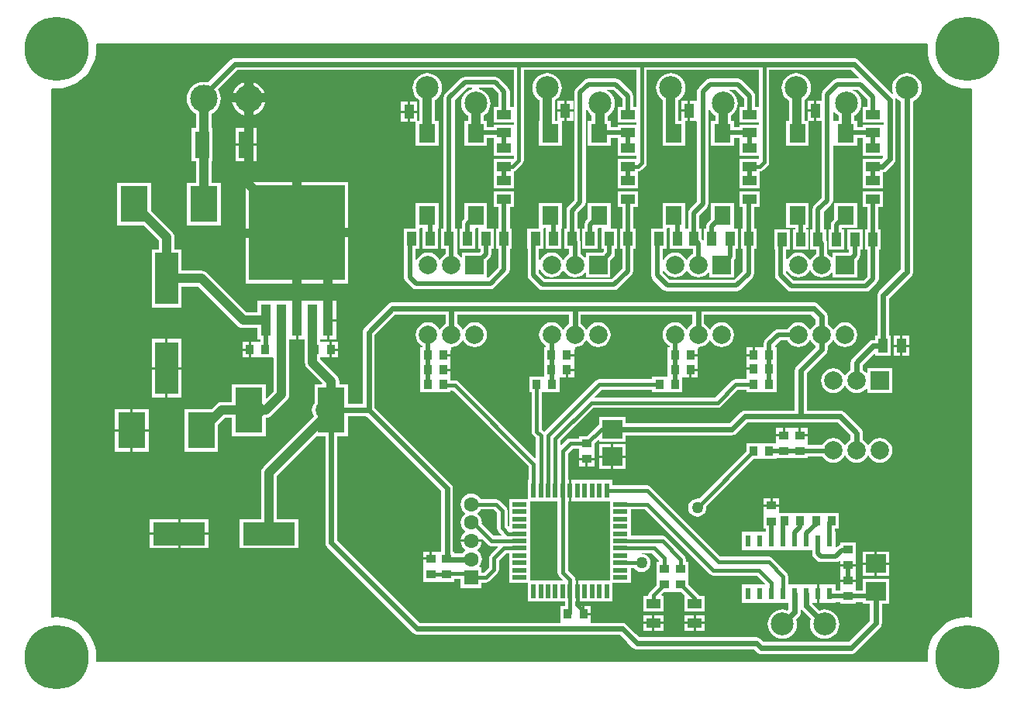
<source format=gtl>
%FSLAX44Y44*%
%MOMM*%
G71*
G01*
G75*
G04 Layer_Physical_Order=1*
G04 Layer_Color=255*
%ADD10R,1.5000X1.0000*%
%ADD11R,0.9000X1.0000*%
%ADD12R,1.0000X0.9000*%
%ADD13R,0.6000X1.3000*%
%ADD14R,2.2000X2.0000*%
%ADD15R,3.0000X4.0000*%
%ADD16R,10.5000X10.4000*%
%ADD17R,1.1000X3.5000*%
%ADD18R,3.0000X5.0000*%
%ADD19R,2.5000X5.7000*%
%ADD20R,1.6000X3.0000*%
%ADD21R,5.7000X2.5000*%
%ADD22R,1.6000X0.5000*%
%ADD23R,0.5000X1.6000*%
%ADD24R,1.0000X1.5000*%
%ADD25R,1.8000X2.0000*%
%ADD26C,1.0000*%
%ADD27C,0.5000*%
%ADD28C,0.6000*%
%ADD29C,0.4000*%
%ADD30C,7.0000*%
%ADD31C,2.5000*%
%ADD32C,3.0000*%
%ADD33C,2.0000*%
%ADD34R,1.6000X1.6000*%
%ADD35C,1.6000*%
%ADD36R,2.0000X2.0000*%
%ADD37C,1.2000*%
%ADD38C,1.2700*%
G36*
X961701Y679485D02*
X961407Y675000D01*
X961780Y669310D01*
X962892Y663717D01*
X964725Y658318D01*
X967247Y653203D01*
X970415Y648462D01*
X974175Y644175D01*
X978462Y640415D01*
X983203Y637247D01*
X988318Y634725D01*
X993717Y632892D01*
X999310Y631780D01*
X1005000Y631407D01*
X1009485Y631701D01*
X1010412Y630832D01*
Y54168D01*
X1009485Y53299D01*
X1005000Y53593D01*
X999310Y53220D01*
X993717Y52108D01*
X988318Y50275D01*
X983203Y47753D01*
X978462Y44585D01*
X974175Y40825D01*
X970415Y36538D01*
X967247Y31797D01*
X964725Y26682D01*
X962892Y21283D01*
X961780Y15690D01*
X961407Y10000D01*
X961701Y5515D01*
X960832Y4588D01*
X54168D01*
X53299Y5515D01*
X53593Y10000D01*
X53220Y15690D01*
X52108Y21283D01*
X50275Y26682D01*
X47753Y31797D01*
X44585Y36538D01*
X40825Y40825D01*
X36538Y44585D01*
X31797Y47753D01*
X26682Y50275D01*
X21283Y52108D01*
X15690Y53220D01*
X10000Y53593D01*
X5515Y53299D01*
X4588Y54168D01*
Y630832D01*
X5515Y631701D01*
X10000Y631407D01*
X15690Y631780D01*
X21283Y632892D01*
X26682Y634725D01*
X31797Y637247D01*
X36538Y640415D01*
X40825Y644175D01*
X44585Y648462D01*
X47753Y653203D01*
X50275Y658318D01*
X52108Y663717D01*
X53220Y669310D01*
X53593Y675000D01*
X53299Y679485D01*
X54168Y680412D01*
X960832D01*
X961701Y679485D01*
D02*
G37*
%LPC*%
G36*
X90900Y256470D02*
X73670D01*
Y234240D01*
X90900D01*
Y256470D01*
D02*
G37*
G36*
X631500Y242500D02*
X618270D01*
Y230270D01*
X631500D01*
Y242500D01*
D02*
G37*
G36*
X110670Y256470D02*
X93440D01*
Y234240D01*
X110670D01*
Y256470D01*
D02*
G37*
G36*
X830500Y260500D02*
X823270D01*
Y253770D01*
X830500D01*
Y260500D01*
D02*
G37*
G36*
X803230D02*
X796000D01*
Y253770D01*
X803230D01*
Y260500D01*
D02*
G37*
G36*
X631500Y227730D02*
X618270D01*
Y215500D01*
X631500D01*
Y227730D01*
D02*
G37*
G36*
X615730D02*
X602500D01*
Y215500D01*
X615730D01*
Y227730D01*
D02*
G37*
G36*
X587730Y225230D02*
X580500D01*
Y218500D01*
X587730D01*
Y225230D01*
D02*
G37*
G36*
X615730Y242500D02*
X602500D01*
Y230270D01*
X615730D01*
Y242500D01*
D02*
G37*
G36*
X597500Y225230D02*
X590270D01*
Y218500D01*
X597500D01*
Y225230D01*
D02*
G37*
G36*
X90900Y281240D02*
X73670D01*
Y259010D01*
X90900D01*
Y281240D01*
D02*
G37*
G36*
X317500Y344730D02*
X310770D01*
Y337500D01*
X317500D01*
Y344730D01*
D02*
G37*
G36*
X219920Y344670D02*
X213190D01*
Y337440D01*
X219920D01*
Y344670D01*
D02*
G37*
G36*
X881000Y664556D02*
X205000D01*
X203303Y664333D01*
X202648Y664061D01*
X201722Y663678D01*
X200364Y662636D01*
X175650Y637922D01*
X174627Y638232D01*
X171000Y638590D01*
X167373Y638232D01*
X163886Y637174D01*
X160672Y635457D01*
X157855Y633145D01*
X155543Y630328D01*
X153826Y627114D01*
X152768Y623627D01*
X152410Y620000D01*
X152768Y616373D01*
X153826Y612886D01*
X155543Y609672D01*
X157855Y606855D01*
X160672Y604543D01*
X162427Y603606D01*
Y588500D01*
X157500D01*
Y551500D01*
X162427D01*
Y528500D01*
X152500D01*
Y481500D01*
X189500D01*
Y528500D01*
X179573D01*
Y551500D01*
X180500D01*
Y588500D01*
X179573D01*
Y603606D01*
X181328Y604543D01*
X184145Y606855D01*
X186457Y609672D01*
X188174Y612886D01*
X189232Y616373D01*
X189590Y620000D01*
X189232Y623627D01*
X188174Y627114D01*
X186506Y630235D01*
X207716Y651444D01*
X509392D01*
Y611500D01*
X505118D01*
Y628000D01*
X504652Y630341D01*
X503326Y632326D01*
X493326Y642326D01*
X491341Y643652D01*
X489000Y644118D01*
X456000D01*
X453659Y643652D01*
X451674Y642326D01*
X434674Y625326D01*
X433348Y623341D01*
X432882Y621000D01*
Y478000D01*
X430500D01*
Y456000D01*
X435303D01*
Y450528D01*
X434612Y450242D01*
X431792Y448078D01*
X429628Y445258D01*
X429355Y444600D01*
X428085D01*
X427812Y445258D01*
X425648Y448078D01*
X422828Y450242D01*
X419544Y451603D01*
X416020Y452066D01*
X412496Y451603D01*
X409212Y450242D01*
X406392Y448078D01*
X404228Y445258D01*
X403363Y443171D01*
X402118Y443419D01*
Y456000D01*
X406500D01*
Y478000D01*
X406500D01*
Y478112D01*
X407398Y479010D01*
X409500D01*
Y478000D01*
X409500D01*
Y456000D01*
X426500D01*
Y478000D01*
X426500D01*
Y478112D01*
X427398Y479010D01*
X427420D01*
Y506010D01*
X402420D01*
Y479010D01*
X402420D01*
Y478898D01*
X401522Y478000D01*
X389500D01*
Y456000D01*
X389883D01*
Y425000D01*
X389883Y425000D01*
X389883D01*
X390348Y422659D01*
X391674Y420674D01*
X398674Y413674D01*
X400659Y412348D01*
X403000Y411883D01*
X484000D01*
X486341Y412348D01*
X488326Y413674D01*
X503326Y428674D01*
X504652Y430659D01*
X504652Y430659D01*
X504652Y430659D01*
X505118Y433000D01*
Y456000D01*
X507500D01*
Y478000D01*
X505118D01*
Y502010D01*
X510000D01*
Y519010D01*
X488000D01*
Y502010D01*
X492882D01*
Y478000D01*
X490500D01*
Y456000D01*
X492882D01*
Y435534D01*
X481493Y424145D01*
X480865Y424405D01*
X480320Y424950D01*
X480320Y425016D01*
X480320Y425016D01*
X480320D01*
Y443298D01*
X483326Y446304D01*
X484121Y447494D01*
X484652Y448289D01*
X485118Y450630D01*
Y456000D01*
X487500D01*
Y478000D01*
X480420D01*
Y479010D01*
X480420D01*
Y506010D01*
X455420D01*
Y488661D01*
X454674Y487916D01*
X453348Y485931D01*
X452882Y483590D01*
Y478000D01*
X450500D01*
Y456000D01*
X467500D01*
Y478000D01*
X467500D01*
Y478112D01*
X468398Y479010D01*
X470500D01*
Y478000D01*
X470500D01*
Y456000D01*
X472882D01*
Y453164D01*
X471669Y451950D01*
X453320D01*
Y447093D01*
X452117Y446685D01*
X451048Y448078D01*
X448228Y450242D01*
X447538Y450528D01*
Y464580D01*
X447500Y464769D01*
Y478000D01*
X445118D01*
Y618466D01*
X458534Y631883D01*
X464208D01*
X464394Y630626D01*
X461847Y629854D01*
X459068Y628368D01*
X456632Y626368D01*
X454632Y623932D01*
X453146Y621153D01*
X452231Y618137D01*
X451923Y615000D01*
X452231Y611864D01*
X453146Y608847D01*
X454632Y606068D01*
X456632Y603632D01*
X459068Y601632D01*
X459347Y601483D01*
Y596010D01*
X455420D01*
Y569010D01*
X480420D01*
Y576953D01*
X488000D01*
Y574500D01*
Y557570D01*
X509392D01*
Y555323D01*
X508639Y554570D01*
X488000D01*
Y537570D01*
Y522010D01*
X510000D01*
Y537570D01*
Y540846D01*
X510216Y540889D01*
X512035Y542105D01*
X518965Y549035D01*
X520181Y550854D01*
X520608Y553000D01*
Y651444D01*
X643392D01*
Y611500D01*
X640117D01*
Y623000D01*
X639652Y625341D01*
X638326Y627326D01*
X625326Y640326D01*
X623341Y641652D01*
X621000Y642117D01*
X591000D01*
X588659Y641652D01*
X586674Y640326D01*
X577674Y631326D01*
X576348Y629341D01*
X575882Y627000D01*
Y595000D01*
Y590000D01*
Y509534D01*
X568674Y502326D01*
X567348Y500341D01*
X566883Y498000D01*
Y478000D01*
X564500D01*
Y456000D01*
X570093D01*
Y450528D01*
X569402Y450242D01*
X566582Y448078D01*
X564418Y445258D01*
X564145Y444600D01*
X562875D01*
X562602Y445258D01*
X560438Y448078D01*
X557618Y450242D01*
X554334Y451603D01*
X550810Y452066D01*
X547286Y451603D01*
X544002Y450242D01*
X541182Y448078D01*
X539018Y445258D01*
X538363Y443678D01*
X537118Y443926D01*
Y456000D01*
X541500D01*
Y478000D01*
X541500D01*
Y478112D01*
X542398Y479010D01*
X544500D01*
Y478000D01*
X544500D01*
Y456000D01*
X561500D01*
Y478000D01*
X561500D01*
Y478300D01*
X562210Y479010D01*
X562210D01*
Y506010D01*
X537210D01*
Y479010D01*
X537210D01*
Y478898D01*
X536312Y478000D01*
X524500D01*
Y456000D01*
X524883D01*
Y427000D01*
X524883Y427000D01*
X524883D01*
X525348Y424659D01*
X526674Y422674D01*
X536674Y412674D01*
D01*
X536674D01*
X536674Y412674D01*
X536674Y412674D01*
X536674D01*
D01*
X536674D01*
X536674Y412674D01*
Y412674D01*
X536674Y412674D01*
Y412674D01*
X538659Y411348D01*
X541000Y410882D01*
X619000D01*
X621341Y411348D01*
X623326Y412674D01*
X623326Y412674D01*
X623326Y412674D01*
X638326Y427674D01*
X639121Y428864D01*
X639652Y429659D01*
X640118Y432000D01*
Y456000D01*
X642500D01*
Y478000D01*
X640118D01*
Y502010D01*
X645000D01*
Y519010D01*
X623000D01*
Y502010D01*
X627882D01*
Y478000D01*
X625500D01*
Y456000D01*
X627882D01*
Y434534D01*
X616466Y423118D01*
X543534D01*
X537118Y429534D01*
Y432975D01*
X538363Y433222D01*
X539018Y431642D01*
X541182Y428822D01*
X544002Y426658D01*
X547286Y425298D01*
X550810Y424833D01*
X554334Y425298D01*
X557618Y426658D01*
X560438Y428822D01*
X562602Y431642D01*
X562875Y432300D01*
X564145D01*
X564418Y431642D01*
X566582Y428822D01*
X569402Y426658D01*
X572686Y425298D01*
X576210Y424833D01*
X579734Y425298D01*
X583018Y426658D01*
X585838Y428822D01*
X586907Y430215D01*
X588110Y429807D01*
Y424950D01*
X615110D01*
Y443298D01*
X618326Y446514D01*
X619652Y448499D01*
X619652Y448499D01*
X619652Y448499D01*
X620118Y450840D01*
Y456000D01*
X622500D01*
Y478000D01*
X615210D01*
Y479010D01*
X615210D01*
Y506010D01*
X590210D01*
Y488661D01*
X588674Y487126D01*
X587348Y485141D01*
X586883Y482800D01*
Y478000D01*
X584500D01*
Y456000D01*
X601500D01*
Y478000D01*
X601500D01*
Y478112D01*
X602398Y479010D01*
X605500D01*
Y478000D01*
X605500D01*
Y456000D01*
X607882D01*
Y453374D01*
X606459Y451950D01*
X588110D01*
Y447093D01*
X586907Y446685D01*
X585838Y448078D01*
X583018Y450242D01*
X582328Y450528D01*
Y463790D01*
X581862Y466131D01*
X581500Y466673D01*
Y478000D01*
X579118D01*
Y495466D01*
X586326Y502674D01*
X586326Y502674D01*
X586326Y502674D01*
X587652Y504659D01*
X588118Y507000D01*
Y590000D01*
Y608159D01*
X589350Y608467D01*
X590632Y606068D01*
X592632Y603632D01*
X594697Y601937D01*
Y596010D01*
X590210D01*
Y569010D01*
X615210D01*
Y576953D01*
X623000D01*
Y574500D01*
X623000D01*
Y557570D01*
X643392D01*
Y554570D01*
X623000D01*
Y537570D01*
Y522010D01*
X645000D01*
Y537570D01*
Y540462D01*
X645070D01*
X647216Y540889D01*
X649035Y542105D01*
X652965Y546035D01*
X654181Y547854D01*
X654608Y550000D01*
Y651444D01*
X777392D01*
Y611500D01*
X773118D01*
Y623000D01*
X772652Y625341D01*
X772121Y626136D01*
X771326Y627326D01*
X758326Y640326D01*
X756341Y641652D01*
X754000Y642117D01*
X724000D01*
X721659Y641652D01*
X719674Y640326D01*
X711674Y632326D01*
X710348Y630341D01*
X709883Y628000D01*
Y618000D01*
X709883D01*
X709500D01*
X708984Y618000D01*
X708984Y618000D01*
Y618000D01*
X702270D01*
Y606997D01*
Y596000D01*
X708984D01*
X709883Y595102D01*
Y507534D01*
X701674Y499326D01*
X700348Y497341D01*
X699883Y495000D01*
Y478000D01*
X697500D01*
Y478000D01*
X697398D01*
X697000Y478398D01*
Y479010D01*
D01*
D01*
Y479010D01*
X697000D01*
Y506010D01*
X672000D01*
Y479010D01*
X672000D01*
Y478898D01*
X671102Y478000D01*
X659500D01*
Y456000D01*
X659883D01*
Y427000D01*
X659883Y427000D01*
X659883D01*
X660348Y424659D01*
X661674Y422674D01*
X672674Y411674D01*
X674659Y410348D01*
X677000Y409883D01*
X753000D01*
X755341Y410348D01*
X757326Y411674D01*
X757326Y411674D01*
X757326Y411674D01*
X770326Y424674D01*
X771652Y426659D01*
X772118Y429000D01*
X772118Y429000D01*
X772118Y429000D01*
Y429000D01*
Y456000D01*
X774500D01*
Y478000D01*
X772118D01*
Y502010D01*
X778000D01*
Y519010D01*
X756000D01*
Y502010D01*
X759883D01*
Y478000D01*
X757500D01*
Y456000D01*
X759883D01*
Y431534D01*
X750466Y422118D01*
X679534D01*
X672118Y429534D01*
Y432467D01*
X673363Y432715D01*
X673808Y431642D01*
X675972Y428822D01*
X678792Y426658D01*
X682076Y425298D01*
X685600Y424833D01*
X689124Y425298D01*
X692408Y426658D01*
X695228Y428822D01*
X697392Y431642D01*
X697665Y432300D01*
X698935D01*
X699208Y431642D01*
X701372Y428822D01*
X704192Y426658D01*
X707476Y425298D01*
X711000Y424833D01*
X714524Y425298D01*
X717808Y426658D01*
X720628Y428822D01*
X721697Y430215D01*
X722900Y429807D01*
Y424950D01*
X749900D01*
Y443298D01*
X750326Y443724D01*
X750326Y443724D01*
X750326Y443724D01*
X751652Y445709D01*
X752118Y448050D01*
Y456000D01*
X754500D01*
Y478000D01*
X750000D01*
Y479010D01*
X750000D01*
Y506010D01*
X725000D01*
Y488661D01*
X721674Y485336D01*
X720348Y483351D01*
X719883Y481010D01*
Y478000D01*
X717500D01*
Y465259D01*
X716285Y464891D01*
X715326Y466326D01*
X714500Y467152D01*
Y478000D01*
X712118D01*
Y492466D01*
X720326Y500674D01*
X720326Y500674D01*
X720326Y500674D01*
X721652Y502659D01*
X722118Y505000D01*
Y608159D01*
X723350Y608467D01*
X724632Y606068D01*
X726632Y603632D01*
X729068Y601632D01*
X729427Y601440D01*
Y596010D01*
X725000D01*
Y569010D01*
X750000D01*
Y576953D01*
X756000D01*
Y574500D01*
X756000D01*
Y557570D01*
X777392D01*
Y554570D01*
X756000D01*
Y537570D01*
Y522010D01*
X778000D01*
Y537570D01*
Y540462D01*
X778070D01*
X780216Y540889D01*
X782035Y542105D01*
X786965Y547035D01*
X788181Y548854D01*
X788608Y551000D01*
Y651444D01*
X878284D01*
X886437Y643291D01*
X885951Y642117D01*
X863000D01*
X860659Y641652D01*
X858674Y640326D01*
X847674Y629326D01*
X846348Y627341D01*
X845882Y625000D01*
Y618000D01*
X840270D01*
Y606997D01*
Y596000D01*
X845882D01*
Y511534D01*
X837674Y503326D01*
X836348Y501341D01*
X835882Y499000D01*
Y477000D01*
X833500D01*
Y455000D01*
X839672D01*
Y450528D01*
X838982Y450242D01*
X836162Y448078D01*
X833998Y445258D01*
X833725Y444600D01*
X832455D01*
X832182Y445258D01*
X830018Y448078D01*
X827198Y450242D01*
X823914Y451603D01*
X820390Y452066D01*
X816866Y451603D01*
X813582Y450242D01*
X810762Y448078D01*
X808598Y445258D01*
X808363Y444692D01*
X807118Y444940D01*
Y455000D01*
X811500D01*
Y477000D01*
X794500D01*
Y455000D01*
X794883D01*
Y427360D01*
X795348Y425019D01*
X796674Y423034D01*
X797674Y422034D01*
X797674Y422034D01*
X797674Y422034D01*
X808444Y411264D01*
X810429Y409938D01*
X812770Y409473D01*
X894050D01*
X896391Y409938D01*
X898376Y411264D01*
X898376Y411264D01*
X898376Y411264D01*
X906326Y419214D01*
X907652Y421199D01*
X908118Y423540D01*
X908118Y423540D01*
X908118Y423540D01*
Y423540D01*
Y455000D01*
X910500D01*
Y477000D01*
X907788D01*
Y502010D01*
X912670D01*
Y519010D01*
X890670D01*
Y502010D01*
X895553D01*
Y477000D01*
X893500D01*
Y455000D01*
X895882D01*
Y426074D01*
X891516Y421708D01*
X815304D01*
X807118Y429894D01*
Y431960D01*
X808363Y432208D01*
X808598Y431642D01*
X810762Y428822D01*
X813582Y426658D01*
X816866Y425298D01*
X820390Y424833D01*
X823914Y425298D01*
X827198Y426658D01*
X830018Y428822D01*
X832182Y431642D01*
X832455Y432300D01*
X833725D01*
X833998Y431642D01*
X836162Y428822D01*
X838982Y426658D01*
X842266Y425298D01*
X845790Y424833D01*
X849314Y425298D01*
X852598Y426658D01*
X855418Y428822D01*
X856487Y430215D01*
X857690Y429807D01*
Y424950D01*
X884690D01*
Y443298D01*
X886326Y444934D01*
X887652Y446919D01*
X888118Y449260D01*
X888118Y449260D01*
X888118Y449260D01*
Y449260D01*
Y455000D01*
X890500D01*
Y477000D01*
X873500D01*
Y455000D01*
X875882D01*
Y451950D01*
X857690D01*
Y447093D01*
X856487Y446685D01*
X855418Y448078D01*
X852598Y450242D01*
X851908Y450528D01*
Y462210D01*
X851442Y464551D01*
X851142Y465000D01*
X850500Y465961D01*
Y477000D01*
X848118D01*
Y496466D01*
X856326Y504674D01*
X856326Y504674D01*
X856326Y504674D01*
X857652Y506659D01*
X858118Y509000D01*
Y606288D01*
X859350Y606597D01*
X859632Y606068D01*
X861632Y603632D01*
X864068Y601632D01*
X864427Y601440D01*
Y596010D01*
X859790D01*
Y569010D01*
X884790D01*
Y576953D01*
X891000D01*
Y574570D01*
X890670D01*
Y557570D01*
X912639D01*
X913125Y556397D01*
X911298Y554570D01*
X890670D01*
Y537570D01*
Y522010D01*
X912670D01*
Y537570D01*
Y539593D01*
X913767Y539737D01*
X914422Y540009D01*
X915348Y540392D01*
X916706Y541434D01*
X924636Y549364D01*
X925678Y550722D01*
X926141Y551840D01*
X926333Y552303D01*
X926556Y554000D01*
Y619000D01*
X926397Y620211D01*
X927562Y620717D01*
X927632Y620632D01*
X930068Y618632D01*
X932444Y617362D01*
Y433716D01*
X908364Y409636D01*
X907322Y408278D01*
X906939Y407352D01*
X906667Y406697D01*
X906444Y405000D01*
Y361000D01*
X904500D01*
Y356556D01*
X902000D01*
X900303Y356333D01*
X899840Y356141D01*
X898722Y355678D01*
X897364Y354636D01*
X879364Y336636D01*
X878322Y335278D01*
X878080Y334694D01*
X877667Y333697D01*
X877444Y332000D01*
Y323997D01*
X877192Y323892D01*
X874372Y321728D01*
X872208Y318908D01*
X871935Y318250D01*
X870665D01*
X870392Y318908D01*
X868228Y321728D01*
X865408Y323892D01*
X862124Y325252D01*
X858600Y325717D01*
X855076Y325252D01*
X851792Y323892D01*
X848972Y321728D01*
X846808Y318908D01*
X845448Y315624D01*
X844984Y312100D01*
X845448Y308576D01*
X846808Y305292D01*
X848972Y302472D01*
X851792Y300308D01*
X855076Y298948D01*
X858600Y298484D01*
X862124Y298948D01*
X865408Y300308D01*
X868228Y302472D01*
X870392Y305292D01*
X870665Y305950D01*
X871935D01*
X872208Y305292D01*
X874372Y302472D01*
X877192Y300308D01*
X880476Y298948D01*
X884000Y298484D01*
X887524Y298948D01*
X890808Y300308D01*
X893628Y302472D01*
X894697Y303865D01*
X895900Y303457D01*
Y298600D01*
X922900D01*
Y325600D01*
X895900D01*
Y320743D01*
X894697Y320335D01*
X893628Y321728D01*
X890808Y323892D01*
X890556Y323997D01*
Y329285D01*
X903327Y342055D01*
X904500Y341569D01*
Y339000D01*
X921500D01*
Y361000D01*
X919556D01*
Y402284D01*
X943636Y426364D01*
X944678Y427722D01*
X945141Y428840D01*
X945333Y429303D01*
X945556Y431000D01*
Y617362D01*
X947932Y618632D01*
X950368Y620632D01*
X952368Y623068D01*
X953854Y625847D01*
X954769Y628863D01*
X955077Y632000D01*
X954769Y635137D01*
X953854Y638153D01*
X952368Y640932D01*
X950368Y643369D01*
X947932Y645368D01*
X945153Y646854D01*
X942137Y647768D01*
X939000Y648077D01*
X935863Y647768D01*
X932847Y646854D01*
X930068Y645368D01*
X927632Y643369D01*
X925632Y640932D01*
X924146Y638153D01*
X923232Y635137D01*
X922923Y632000D01*
X923232Y628863D01*
X924138Y625876D01*
X923622Y625567D01*
X923024Y625248D01*
X885636Y662636D01*
X884278Y663678D01*
X883352Y664061D01*
X882697Y664333D01*
X881000Y664556D01*
D02*
G37*
G36*
X941500Y348730D02*
X934270D01*
Y339000D01*
X941500D01*
Y348730D01*
D02*
G37*
G36*
X931730D02*
X924500D01*
Y339000D01*
X931730D01*
Y348730D01*
D02*
G37*
G36*
X128900Y324310D02*
X114170D01*
Y293580D01*
X128900D01*
Y324310D01*
D02*
G37*
G36*
X110670Y281240D02*
X93440D01*
Y259010D01*
X110670D01*
Y281240D01*
D02*
G37*
G36*
X146170Y324310D02*
X131440D01*
Y293580D01*
X146170D01*
Y324310D01*
D02*
G37*
G36*
Y357580D02*
X131440D01*
Y326850D01*
X146170D01*
Y357580D01*
D02*
G37*
G36*
X128900D02*
X114170D01*
Y326850D01*
X128900D01*
Y357580D01*
D02*
G37*
G36*
X799500Y183500D02*
X792270D01*
Y176770D01*
X799500D01*
Y183500D01*
D02*
G37*
G36*
X705730Y56000D02*
X696000D01*
Y48770D01*
X705730D01*
Y56000D01*
D02*
G37*
G36*
X673000D02*
X663270D01*
Y48770D01*
X673000D01*
Y56000D01*
D02*
G37*
G36*
X718000D02*
X708270D01*
Y48770D01*
X718000D01*
Y56000D01*
D02*
G37*
G36*
X617000Y203500D02*
X572270D01*
Y191998D01*
Y180500D01*
X614500D01*
Y171000D01*
Y163000D01*
Y155000D01*
Y147000D01*
Y139000D01*
Y131000D01*
Y123000D01*
Y115000D01*
Y107000D01*
Y99000D01*
Y93500D01*
X580270D01*
Y81997D01*
Y70500D01*
X617000D01*
Y91000D01*
X637500D01*
Y99000D01*
Y107000D01*
Y107392D01*
X640887D01*
X641975Y105975D01*
X644032Y104396D01*
X646429Y103404D01*
X649000Y103065D01*
X651571Y103404D01*
X653967Y104396D01*
X656025Y105975D01*
X657604Y108032D01*
X658596Y110429D01*
X658935Y113000D01*
X658596Y115571D01*
X657604Y117967D01*
X656025Y120025D01*
X653967Y121604D01*
X651571Y122596D01*
X649000Y122935D01*
X649457Y123392D01*
X660677D01*
X668392Y115677D01*
Y114500D01*
X665500D01*
Y98500D01*
X665500Y98500D01*
X665500Y97500D01*
X665500D01*
Y88931D01*
X658035Y81465D01*
X656819Y79646D01*
X656392Y77500D01*
Y77000D01*
X651000D01*
Y60000D01*
X673000D01*
Y77000D01*
X671090D01*
X670604Y78173D01*
X673931Y81500D01*
X682500D01*
Y81500D01*
X682500D01*
X682500Y81500D01*
X683500D01*
Y81500D01*
X692069D01*
X696167Y77403D01*
X696000Y77000D01*
X696000D01*
X696000Y77000D01*
Y60000D01*
X718000D01*
Y77000D01*
X711944D01*
X710965Y78465D01*
X700500Y88931D01*
Y97500D01*
D01*
Y97500D01*
X700500Y97500D01*
Y98500D01*
X700500D01*
Y114500D01*
X697608D01*
Y117000D01*
X697608Y117000D01*
X697608Y117000D01*
Y117000D01*
X697608D01*
X697608Y117000D01*
X697181Y119146D01*
X695965Y120965D01*
X675965Y140965D01*
X674146Y142181D01*
X672000Y142608D01*
X637500D01*
Y143000D01*
Y147000D01*
Y155000D01*
Y163000D01*
Y171000D01*
Y171392D01*
X652677D01*
X723535Y100535D01*
D01*
X723535D01*
X723535Y100535D01*
X723535Y100535D01*
X723535D01*
D01*
X723535D01*
X723535Y100535D01*
Y100535D01*
X723535Y100535D01*
Y100535D01*
X725354Y99319D01*
X727500Y98892D01*
X775177D01*
X783646Y90423D01*
X783160Y89250D01*
X759000D01*
Y69250D01*
X809794D01*
Y62066D01*
X808715Y60986D01*
X806136Y61768D01*
X803000Y62077D01*
X799863Y61768D01*
X796847Y60854D01*
X794068Y59368D01*
X791631Y57368D01*
X789632Y54932D01*
X788146Y52153D01*
X787232Y49137D01*
X786923Y46000D01*
X787232Y42863D01*
X788146Y39847D01*
X789632Y37068D01*
X791631Y34632D01*
X794068Y32632D01*
X796847Y31146D01*
X799863Y30231D01*
X803000Y29923D01*
X806136Y30231D01*
X809153Y31146D01*
X811932Y32632D01*
X814368Y34632D01*
X816368Y37068D01*
X817854Y39847D01*
X818768Y42863D01*
X819077Y46000D01*
X818768Y49137D01*
X817986Y51715D01*
X820986Y54714D01*
X822028Y56072D01*
X822683Y57653D01*
X822906Y59350D01*
Y61304D01*
X824109Y61712D01*
X824414Y61314D01*
X834014Y51715D01*
X833232Y49137D01*
X832923Y46000D01*
X833232Y42863D01*
X834146Y39847D01*
X835632Y37068D01*
X837632Y34632D01*
X840068Y32632D01*
X842847Y31146D01*
X845863Y30231D01*
X849000Y29923D01*
X852137Y30231D01*
X855153Y31146D01*
X857932Y32632D01*
X860368Y34632D01*
X862368Y37068D01*
X863854Y39847D01*
X864769Y42863D01*
X865077Y46000D01*
X864769Y49137D01*
X863854Y52153D01*
X862368Y54932D01*
X860368Y57368D01*
X857932Y59368D01*
X855153Y60854D01*
X852137Y61768D01*
X849000Y62077D01*
X845863Y61768D01*
X843285Y60986D01*
X835606Y68666D01*
Y69250D01*
X840480D01*
Y79247D01*
Y89250D01*
X809258D01*
Y98350D01*
X808831Y100496D01*
X807615Y102315D01*
X791965Y117965D01*
X790146Y119181D01*
X788000Y119608D01*
X735323D01*
X658965Y195965D01*
X657146Y197181D01*
X655000Y197608D01*
X617000D01*
Y203500D01*
D02*
G37*
G36*
X593500Y65500D02*
X586770D01*
Y58270D01*
X593500D01*
Y65500D01*
D02*
G37*
G36*
X673000Y46230D02*
X663270D01*
Y39000D01*
X673000D01*
Y46230D01*
D02*
G37*
G36*
X660730D02*
X651000D01*
Y39000D01*
X660730D01*
Y46230D01*
D02*
G37*
G36*
X705730D02*
X696000D01*
Y39000D01*
X705730D01*
Y46230D01*
D02*
G37*
G36*
X660730Y56000D02*
X651000D01*
Y48770D01*
X660730D01*
Y56000D01*
D02*
G37*
G36*
X718000Y46230D02*
X708270D01*
Y39000D01*
X718000D01*
Y46230D01*
D02*
G37*
G36*
X903730Y110730D02*
X890500D01*
Y98500D01*
X903730D01*
Y110730D01*
D02*
G37*
G36*
X142730Y161000D02*
X112000D01*
Y146270D01*
X142730D01*
Y161000D01*
D02*
G37*
G36*
X176000Y143730D02*
X145270D01*
Y129000D01*
X176000D01*
Y143730D01*
D02*
G37*
G36*
Y161000D02*
X145270D01*
Y146270D01*
X176000D01*
Y161000D01*
D02*
G37*
G36*
X789730Y183500D02*
X782500D01*
Y176770D01*
X789730D01*
Y183500D01*
D02*
G37*
G36*
X799500Y174230D02*
X782500D01*
Y167500D01*
X782500Y167500D01*
X782500Y166500D01*
X782500D01*
Y150500D01*
X784833D01*
Y146750D01*
X759050D01*
Y126750D01*
X835632D01*
Y123250D01*
X835632Y123250D01*
X835632D01*
X836098Y120909D01*
X837424Y118924D01*
X840674Y115674D01*
X842659Y114348D01*
X845000Y113883D01*
X861000D01*
X863341Y114348D01*
X865326Y115674D01*
X865326Y115674D01*
X865327Y115675D01*
X866500Y115189D01*
Y111770D01*
X883500D01*
Y118500D01*
D01*
Y118500D01*
X883500Y118500D01*
Y119500D01*
X883500D01*
Y135500D01*
X866500D01*
Y132819D01*
X865659Y132652D01*
X863674Y131326D01*
X862123Y129775D01*
X860950Y130261D01*
Y146750D01*
X860567D01*
Y150500D01*
X864500D01*
Y167500D01*
X848500D01*
D01*
D01*
X848500Y167500D01*
X847500D01*
Y167500D01*
X831500D01*
D01*
D01*
X831500Y167500D01*
X830500D01*
Y167500D01*
X814500D01*
D01*
D01*
X814500Y167500D01*
X813500D01*
Y167500D01*
X799500D01*
X799500Y167500D01*
X799500Y168398D01*
X799500Y168398D01*
X799500D01*
Y174230D01*
D02*
G37*
G36*
X883500Y109230D02*
X866500D01*
Y102500D01*
X866500Y102500D01*
X866500Y101500D01*
X866500D01*
Y94770D01*
X883500D01*
Y101500D01*
D01*
Y101500D01*
X883500Y101500D01*
Y102500D01*
X883500D01*
Y109230D01*
D02*
G37*
G36*
X919500Y110730D02*
X906270D01*
Y98500D01*
X919500D01*
Y110730D01*
D02*
G37*
G36*
X903730Y125500D02*
X890500D01*
Y113270D01*
X903730D01*
Y125500D01*
D02*
G37*
G36*
X142730Y143730D02*
X112000D01*
Y129000D01*
X142730D01*
Y143730D01*
D02*
G37*
G36*
X919500Y125500D02*
X906270D01*
Y113270D01*
X919500D01*
Y125500D01*
D02*
G37*
G36*
X215730Y588500D02*
X205500D01*
Y571270D01*
X215730D01*
Y588500D01*
D02*
G37*
G36*
X818000Y648077D02*
X814864Y647768D01*
X811847Y646854D01*
X809068Y645368D01*
X806632Y643369D01*
X804632Y640932D01*
X803146Y638153D01*
X802232Y635137D01*
X801923Y632000D01*
X802232Y628863D01*
X803146Y625847D01*
X804632Y623068D01*
X806632Y620632D01*
X809068Y618632D01*
X810157Y618050D01*
Y596010D01*
X806790D01*
Y569010D01*
X831790D01*
Y596000D01*
X837730D01*
Y605730D01*
X830500D01*
Y596010D01*
X827500D01*
Y618000D01*
X827303D01*
Y618937D01*
X829369Y620632D01*
X831368Y623068D01*
X832854Y625847D01*
X833768Y628863D01*
X834077Y632000D01*
X833768Y635137D01*
X832854Y638153D01*
X831368Y640932D01*
X829369Y643369D01*
X826932Y645368D01*
X824153Y646854D01*
X821137Y647768D01*
X818000Y648077D01*
D02*
G37*
G36*
X228500Y588500D02*
X218270D01*
Y571270D01*
X228500D01*
Y588500D01*
D02*
G37*
G36*
X574500Y605730D02*
X567270D01*
Y596000D01*
X574500D01*
Y605730D01*
D02*
G37*
G36*
X393730Y604730D02*
X386500D01*
Y595000D01*
X393730D01*
Y604730D01*
D02*
G37*
G36*
X215730Y568730D02*
X205500D01*
Y551500D01*
X215730D01*
Y568730D01*
D02*
G37*
G36*
X328870Y529150D02*
X274140D01*
Y474920D01*
X328870D01*
Y529150D01*
D02*
G37*
G36*
X228500Y568730D02*
X218270D01*
Y551500D01*
X228500D01*
Y568730D01*
D02*
G37*
G36*
X681000Y648077D02*
X677863Y647768D01*
X674847Y646854D01*
X672068Y645368D01*
X669632Y643369D01*
X667632Y640932D01*
X666146Y638153D01*
X665231Y635137D01*
X664923Y632000D01*
X665231Y628863D01*
X666146Y625847D01*
X667632Y623068D01*
X669632Y620632D01*
X672068Y618632D01*
X672427Y618440D01*
Y596010D01*
X672000D01*
Y569010D01*
X697000D01*
Y596000D01*
X699730D01*
Y605730D01*
X692500D01*
Y596010D01*
X689573D01*
Y618440D01*
X689932Y618632D01*
X692368Y620632D01*
X694368Y623068D01*
X695854Y625847D01*
X696768Y628863D01*
X697077Y632000D01*
X696768Y635137D01*
X695854Y638153D01*
X694368Y640932D01*
X692368Y643369D01*
X689932Y645368D01*
X687153Y646854D01*
X684137Y647768D01*
X681000Y648077D01*
D02*
G37*
G36*
X546000D02*
X542864Y647768D01*
X539847Y646854D01*
X537068Y645368D01*
X534632Y643369D01*
X532632Y640932D01*
X531146Y638153D01*
X530232Y635137D01*
X529923Y632000D01*
X530232Y628863D01*
X531146Y625847D01*
X532632Y623068D01*
X534632Y620632D01*
X537068Y618632D01*
X537427Y618440D01*
Y596010D01*
X537210D01*
Y569010D01*
X562210D01*
Y596000D01*
X564730D01*
Y605730D01*
X557500D01*
Y596010D01*
X554573D01*
Y618440D01*
X554932Y618632D01*
X557369Y620632D01*
X559368Y623068D01*
X560854Y625847D01*
X561768Y628863D01*
X562077Y632000D01*
X561768Y635137D01*
X560854Y638153D01*
X559368Y640932D01*
X557369Y643369D01*
X554932Y645368D01*
X552153Y646854D01*
X549137Y647768D01*
X546000Y648077D01*
D02*
G37*
G36*
X415000D02*
X411864Y647768D01*
X408847Y646854D01*
X406068Y645368D01*
X403632Y643369D01*
X401632Y640932D01*
X400146Y638153D01*
X399231Y635137D01*
X398923Y632000D01*
X399231Y628863D01*
X400146Y625847D01*
X401632Y623068D01*
X403632Y620632D01*
X406068Y618632D01*
X406427Y618440D01*
Y606000D01*
Y596010D01*
X403500D01*
Y604730D01*
X396270D01*
Y595000D01*
X402420D01*
Y569010D01*
X427420D01*
Y596010D01*
X423573D01*
Y606000D01*
Y618440D01*
X423932Y618632D01*
X426368Y620632D01*
X428368Y623068D01*
X429854Y625847D01*
X430769Y628863D01*
X431077Y632000D01*
X430769Y635137D01*
X429854Y638153D01*
X428368Y640932D01*
X426368Y643369D01*
X423932Y645368D01*
X421153Y646854D01*
X418137Y647768D01*
X415000Y648077D01*
D02*
G37*
G36*
X699730Y618000D02*
X692500D01*
Y608270D01*
X699730D01*
Y618000D01*
D02*
G37*
G36*
X574500Y618000D02*
X567270D01*
Y608270D01*
X574500D01*
Y618000D01*
D02*
G37*
G36*
X837730Y618000D02*
X830500D01*
Y608270D01*
X837730D01*
Y618000D01*
D02*
G37*
G36*
X221270Y638464D02*
Y621270D01*
X238464D01*
X238232Y623627D01*
X237174Y627114D01*
X235457Y630328D01*
X233145Y633145D01*
X230328Y635457D01*
X227114Y637174D01*
X223627Y638232D01*
X221270Y638464D01*
D02*
G37*
G36*
X218730D02*
X216373Y638232D01*
X212886Y637174D01*
X209672Y635457D01*
X206855Y633145D01*
X204543Y630328D01*
X202826Y627114D01*
X201768Y623627D01*
X201536Y621270D01*
X218730D01*
Y638464D01*
D02*
G37*
G36*
X238464Y618730D02*
X221270D01*
Y601536D01*
X223627Y601768D01*
X227114Y602826D01*
X230328Y604543D01*
X233145Y606855D01*
X235457Y609672D01*
X237174Y612886D01*
X238232Y616373D01*
X238464Y618730D01*
D02*
G37*
G36*
X218730D02*
X201536D01*
X201768Y616373D01*
X202826Y612886D01*
X204543Y609672D01*
X206855Y606855D01*
X209672Y604543D01*
X212886Y602826D01*
X216373Y601768D01*
X218730Y601536D01*
Y618730D01*
D02*
G37*
G36*
X393730Y617000D02*
X386500D01*
Y607270D01*
X393730D01*
Y617000D01*
D02*
G37*
G36*
X564730Y618000D02*
X557500D01*
Y608270D01*
X564730D01*
Y618000D01*
D02*
G37*
G36*
X403500Y617000D02*
X396270D01*
Y607270D01*
X403500D01*
Y617000D01*
D02*
G37*
G36*
X271600Y529150D02*
X216870D01*
Y474920D01*
X271600D01*
Y529150D01*
D02*
G37*
G36*
X931730Y361000D02*
X924500D01*
Y351270D01*
X931730D01*
Y361000D01*
D02*
G37*
G36*
X305600Y399150D02*
X274140D01*
Y378147D01*
Y357150D01*
X281297D01*
Y332000D01*
X281589Y329781D01*
X282194Y328319D01*
X282445Y327713D01*
X283808Y325938D01*
X300172Y309573D01*
X299686Y308400D01*
X291750D01*
Y287741D01*
X290958Y286708D01*
X289597Y283424D01*
X289133Y279900D01*
X289597Y276376D01*
X290958Y273092D01*
X291114Y272888D01*
X235938Y217712D01*
X234575Y215937D01*
X233719Y213869D01*
X233427Y211650D01*
Y161000D01*
X210000D01*
Y129000D01*
X274000D01*
Y161000D01*
X250573D01*
Y208099D01*
X293874Y251400D01*
X303694D01*
Y135000D01*
X303917Y133303D01*
X304189Y132648D01*
X304572Y131722D01*
X305614Y130364D01*
X399614Y36364D01*
X400972Y35322D01*
X401762Y34995D01*
X402553Y34667D01*
X404250Y34444D01*
X625284D01*
X633364Y26364D01*
X633364Y26364D01*
X639364Y20364D01*
X640722Y19322D01*
X641648Y18939D01*
X642303Y18667D01*
X644000Y18444D01*
X772283D01*
X775363Y15364D01*
X776720Y14322D01*
X777511Y13995D01*
X778302Y13667D01*
X779998Y13444D01*
X878000D01*
X879697Y13667D01*
X880352Y13939D01*
X881278Y14322D01*
X882636Y15364D01*
X909636Y42364D01*
X910678Y43722D01*
X911005Y44513D01*
X911333Y45303D01*
X911556Y47000D01*
Y68500D01*
X919500D01*
Y95500D01*
X890500D01*
Y82618D01*
X883500D01*
Y84500D01*
D01*
Y84500D01*
X883500Y84500D01*
Y85500D01*
X883500D01*
Y92230D01*
X866500D01*
Y85500D01*
X866500Y85500D01*
X866500Y84500D01*
X866500D01*
Y82618D01*
X860950D01*
Y89250D01*
X843020D01*
Y79247D01*
Y69250D01*
X860950D01*
Y70382D01*
X866500D01*
Y68500D01*
X883500D01*
Y70382D01*
X890500D01*
Y68500D01*
X898444D01*
Y49716D01*
X875284Y26556D01*
X782714D01*
X779634Y29636D01*
X778277Y30678D01*
X777486Y31005D01*
X776695Y31333D01*
X774998Y31556D01*
X646716D01*
X642636Y35636D01*
X642636Y35636D01*
X632636Y45636D01*
X631278Y46678D01*
X630487Y47005D01*
X629697Y47333D01*
X628000Y47556D01*
X593500D01*
Y48500D01*
X593500D01*
Y55730D01*
X585498D01*
Y56997D01*
X584230D01*
Y65500D01*
X577506D01*
X577506Y65500D01*
Y65500D01*
X577500Y65500D01*
X576608Y66392D01*
Y70500D01*
X577730D01*
Y81997D01*
Y93500D01*
X576608D01*
Y94500D01*
X576181Y96646D01*
X574965Y98465D01*
X568608Y104823D01*
Y180500D01*
X569730D01*
Y191998D01*
Y203500D01*
X568608D01*
Y232677D01*
X573823Y237892D01*
X580500D01*
Y235500D01*
X580500Y235500D01*
X580500Y234500D01*
X580500D01*
Y227770D01*
X597500D01*
Y234500D01*
D01*
Y234500D01*
X597500Y234500D01*
Y235500D01*
X597500D01*
Y243569D01*
X601327Y247396D01*
X602500Y246910D01*
Y245500D01*
X631500D01*
Y252444D01*
X748000D01*
X749697Y252667D01*
X750352Y252939D01*
X751278Y253322D01*
X752636Y254364D01*
X764716Y266444D01*
X863284D01*
X877444Y252284D01*
Y247797D01*
X877192Y247692D01*
X874372Y245528D01*
X872208Y242708D01*
X871935Y242050D01*
X870665D01*
X870392Y242708D01*
X868228Y245528D01*
X865408Y247692D01*
X862124Y249053D01*
X858600Y249517D01*
X855076Y249053D01*
X851792Y247692D01*
X848972Y245528D01*
X846808Y242708D01*
X846356Y241618D01*
X830500D01*
Y243500D01*
D01*
Y243500D01*
X830500Y243500D01*
Y244500D01*
X830500D01*
Y251230D01*
X821998D01*
Y252498D01*
X820730D01*
Y260500D01*
X813898D01*
X813898Y260500D01*
Y260500D01*
X813500Y260500D01*
X813250D01*
X813000D01*
X812602Y260500D01*
X812602Y260500D01*
Y260500D01*
X805770D01*
Y252498D01*
X804503D01*
Y251230D01*
X796000D01*
Y244500D01*
X796000Y244500D01*
X796000Y243500D01*
X780500D01*
D01*
D01*
X780500Y243500D01*
X779500D01*
Y243500D01*
X763500D01*
Y234931D01*
X711771Y183202D01*
X710000Y183435D01*
X707429Y183097D01*
X705033Y182104D01*
X702975Y180525D01*
X701396Y178468D01*
X700404Y176071D01*
X700065Y173500D01*
X700404Y170929D01*
X701396Y168533D01*
X702975Y166475D01*
X705033Y164896D01*
X707429Y163904D01*
X710000Y163565D01*
X712571Y163904D01*
X714967Y164896D01*
X717025Y166475D01*
X718604Y168533D01*
X719596Y170929D01*
X719935Y173500D01*
X719702Y175271D01*
X770930Y226500D01*
X779500D01*
Y226500D01*
X779500D01*
X779500Y226500D01*
X780500D01*
Y226500D01*
X796500D01*
Y227500D01*
X813000D01*
Y227500D01*
X813000D01*
X813000Y227500D01*
X813500D01*
Y227500D01*
X830500D01*
Y229382D01*
X846687D01*
X846808Y229092D01*
X848972Y226272D01*
X851792Y224108D01*
X855076Y222747D01*
X858600Y222284D01*
X862124Y222747D01*
X865408Y224108D01*
X868228Y226272D01*
X870392Y229092D01*
X870665Y229750D01*
X871935D01*
X872208Y229092D01*
X874372Y226272D01*
X877192Y224108D01*
X880476Y222747D01*
X884000Y222284D01*
X887524Y222747D01*
X890808Y224108D01*
X893628Y226272D01*
X895792Y229092D01*
X896065Y229750D01*
X897335D01*
X897608Y229092D01*
X899772Y226272D01*
X902592Y224108D01*
X905876Y222747D01*
X909400Y222284D01*
X912924Y222747D01*
X916208Y224108D01*
X919028Y226272D01*
X921192Y229092D01*
X922553Y232376D01*
X923017Y235900D01*
X922553Y239424D01*
X921192Y242708D01*
X919028Y245528D01*
X916208Y247692D01*
X912924Y249053D01*
X909400Y249517D01*
X905876Y249053D01*
X902592Y247692D01*
X899772Y245528D01*
X897608Y242708D01*
X897335Y242050D01*
X896065D01*
X895792Y242708D01*
X893628Y245528D01*
X890808Y247692D01*
X890556Y247797D01*
Y255000D01*
X890333Y256697D01*
X889870Y257815D01*
X889678Y258278D01*
X888636Y259636D01*
X870636Y277636D01*
X869278Y278678D01*
X868352Y279061D01*
X867697Y279333D01*
X866000Y279556D01*
X829556D01*
Y290999D01*
Y320284D01*
X850426Y341154D01*
X851468Y342512D01*
X851468Y342512D01*
X851468Y342512D01*
X852123Y344093D01*
X852346Y345790D01*
Y350353D01*
X852598Y350458D01*
X855418Y352622D01*
X857582Y355442D01*
X857855Y356100D01*
X859125D01*
X859398Y355442D01*
X861562Y352622D01*
X864382Y350458D01*
X867666Y349098D01*
X871190Y348633D01*
X874714Y349098D01*
X877998Y350458D01*
X880818Y352622D01*
X882982Y355442D01*
X884343Y358726D01*
X884807Y362250D01*
X884343Y365774D01*
X882982Y369058D01*
X880818Y371878D01*
X877998Y374042D01*
X874714Y375402D01*
X871190Y375867D01*
X867666Y375402D01*
X864382Y374042D01*
X861562Y371878D01*
X859398Y369058D01*
X859125Y368400D01*
X857855D01*
X857582Y369058D01*
X855418Y371878D01*
X852598Y374042D01*
X852346Y374147D01*
Y382210D01*
X852123Y383907D01*
X851795Y384697D01*
X851468Y385488D01*
X850426Y386846D01*
X841636Y395636D01*
X840278Y396678D01*
X839352Y397061D01*
X838697Y397333D01*
X837000Y397556D01*
X377000D01*
X375303Y397333D01*
X374513Y397005D01*
X373722Y396678D01*
X372364Y395636D01*
X346364Y369636D01*
X345322Y368278D01*
X344995Y367487D01*
X344667Y366697D01*
X344444Y365000D01*
Y286456D01*
X328750D01*
Y308400D01*
X318823D01*
Y311620D01*
X318531Y313839D01*
X318176Y314695D01*
X317675Y315907D01*
X316312Y317682D01*
X298443Y335551D01*
Y337500D01*
X300500D01*
Y337500D01*
X300500D01*
X300500Y337500D01*
X301500D01*
Y337500D01*
X308230D01*
Y345998D01*
Y354500D01*
X301500D01*
D01*
D01*
X301500Y354500D01*
X300500D01*
Y354500D01*
X298443D01*
Y357150D01*
X305600D01*
Y378147D01*
Y399150D01*
D02*
G37*
G36*
X317500Y354500D02*
X310770D01*
Y347270D01*
X317500D01*
Y354500D01*
D02*
G37*
G36*
X315870Y376880D02*
X308140D01*
Y357150D01*
X315870D01*
Y376880D01*
D02*
G37*
G36*
X113500Y528500D02*
X76500D01*
Y481500D01*
X105375D01*
X121597Y465279D01*
Y455580D01*
X114170D01*
Y391580D01*
X146170D01*
Y415007D01*
X164869D01*
X207788Y372088D01*
X209563Y370725D01*
X211631Y369869D01*
X213850Y369577D01*
X229870D01*
Y357150D01*
X232752D01*
Y354440D01*
X230190D01*
D01*
D01*
X230190Y354440D01*
X229190D01*
Y354440D01*
X222460D01*
Y345937D01*
Y337440D01*
X229190D01*
Y337440D01*
X229190D01*
X229190Y337440D01*
X230190D01*
Y337440D01*
X246190D01*
Y337440D01*
X246399D01*
X247297Y336542D01*
Y300421D01*
X239923Y293048D01*
X238750Y293534D01*
Y308400D01*
X201750D01*
Y288473D01*
X190330D01*
X188111Y288181D01*
X186043Y287325D01*
X184268Y285962D01*
X179545Y281240D01*
X149670D01*
Y234240D01*
X186670D01*
Y264115D01*
X193881Y271327D01*
X201750D01*
Y251400D01*
X238750D01*
Y271327D01*
X238900D01*
X241119Y271619D01*
X242581Y272224D01*
X243187Y272475D01*
X244962Y273838D01*
X261932Y290808D01*
X263295Y292583D01*
X263295Y292583D01*
X263295Y292583D01*
X264151Y294651D01*
X264443Y296870D01*
Y357150D01*
X271600D01*
Y378147D01*
Y399150D01*
X229870D01*
Y386723D01*
X217401D01*
X174482Y429642D01*
X172707Y431005D01*
X170639Y431861D01*
X168420Y432153D01*
X146170D01*
Y455580D01*
X138743D01*
Y468830D01*
X138451Y471049D01*
X138200Y471655D01*
X137595Y473117D01*
X136232Y474892D01*
X113500Y497625D01*
Y528500D01*
D02*
G37*
G36*
X941500Y361000D02*
X934270D01*
Y351270D01*
X941500D01*
Y361000D01*
D02*
G37*
G36*
X219920Y354440D02*
X213190D01*
Y347210D01*
X219920D01*
Y354440D01*
D02*
G37*
G36*
X831790Y506010D02*
X806790D01*
Y479010D01*
X816882D01*
Y477000D01*
X814500D01*
Y455000D01*
X831500D01*
Y477000D01*
X829118D01*
Y479010D01*
X831790D01*
Y506010D01*
D02*
G37*
G36*
X884790D02*
X859790D01*
Y488661D01*
X857674Y486546D01*
X856348Y484561D01*
X855882Y482220D01*
Y477000D01*
X853500D01*
Y455000D01*
X870500D01*
Y477000D01*
X868118D01*
Y479010D01*
X884790D01*
Y506010D01*
D02*
G37*
G36*
X315870Y399150D02*
X308140D01*
Y379420D01*
X315870D01*
Y399150D01*
D02*
G37*
G36*
X271600Y472380D02*
X216870D01*
Y418150D01*
X271600D01*
Y472380D01*
D02*
G37*
G36*
X328870D02*
X274140D01*
Y418150D01*
X328870D01*
Y472380D01*
D02*
G37*
%LPD*%
G36*
X434864Y374147D02*
X434612Y374042D01*
X431792Y371878D01*
X429628Y369058D01*
X429355Y368400D01*
X428085D01*
X427812Y369058D01*
X425648Y371878D01*
X422828Y374042D01*
X419544Y375402D01*
X416020Y375867D01*
X412496Y375402D01*
X409212Y374042D01*
X406392Y371878D01*
X404228Y369058D01*
X402868Y365774D01*
X402404Y362250D01*
X402868Y358726D01*
X404228Y355442D01*
X406392Y352622D01*
X409212Y350458D01*
X409902Y350172D01*
Y348500D01*
X407500D01*
Y331500D01*
Y315500D01*
Y299500D01*
X423500D01*
Y299500D01*
X423500D01*
X423500Y299500D01*
X424500D01*
Y299500D01*
X440500D01*
Y301392D01*
X442677D01*
X525392Y218677D01*
Y203500D01*
X525000D01*
Y183000D01*
X504500D01*
Y171000D01*
Y163000D01*
Y155000D01*
Y153090D01*
X503664Y152744D01*
X502608Y153449D01*
Y170000D01*
X502181Y172146D01*
X500965Y173965D01*
X493965Y180965D01*
X492146Y182181D01*
X490000Y182608D01*
X473125D01*
X473045Y182800D01*
X471202Y185202D01*
X468800Y187045D01*
X466002Y188204D01*
X463000Y188599D01*
X459998Y188204D01*
X457200Y187045D01*
X454798Y185202D01*
X452955Y182800D01*
X451796Y180002D01*
X451401Y177000D01*
X451796Y173998D01*
X452955Y171200D01*
X454798Y168798D01*
X456314Y167635D01*
Y166365D01*
X454798Y165202D01*
X452955Y162800D01*
X451796Y160002D01*
X451401Y157000D01*
X451796Y153998D01*
X452955Y151200D01*
X454798Y148798D01*
X456314Y147635D01*
Y146365D01*
X454798Y145202D01*
X452955Y142800D01*
X451796Y140002D01*
X451568Y138270D01*
X474432D01*
X474483Y137886D01*
X475622Y138448D01*
X481035Y133035D01*
X482854Y131819D01*
X485000Y131392D01*
X491802D01*
X492289Y130219D01*
X484035Y121965D01*
X482819Y120146D01*
X482392Y118000D01*
Y108323D01*
X476677Y102608D01*
X474500D01*
Y108500D01*
X472409D01*
X471847Y109639D01*
X473045Y111200D01*
X474204Y113998D01*
X474599Y117000D01*
X474204Y120002D01*
X473045Y122800D01*
X471202Y125202D01*
X469686Y126365D01*
Y127635D01*
X471202Y128798D01*
X473045Y131200D01*
X474204Y133998D01*
X474432Y135730D01*
X451568D01*
X451796Y133998D01*
X452955Y131200D01*
X454798Y128798D01*
X456314Y127635D01*
Y126365D01*
X454798Y125202D01*
X453535Y123556D01*
X444500D01*
Y125500D01*
X443056D01*
Y194400D01*
X442833Y196097D01*
X442505Y196887D01*
X442178Y197678D01*
X441136Y199036D01*
X357556Y282616D01*
Y362284D01*
X379716Y384444D01*
X434864D01*
Y374147D01*
D02*
G37*
G36*
X808598Y355442D02*
X810762Y352622D01*
X813582Y350458D01*
X816866Y349098D01*
X820390Y348633D01*
X823914Y349098D01*
X827198Y350458D01*
X830018Y352622D01*
X832182Y355442D01*
X832455Y356100D01*
X833725D01*
X833998Y355442D01*
X836162Y352622D01*
X838982Y350458D01*
X839234Y350353D01*
Y348506D01*
X818364Y327636D01*
X817322Y326278D01*
X816939Y325352D01*
X816667Y324697D01*
X816444Y323000D01*
Y290999D01*
X816444Y290999D01*
X816444D01*
Y287000D01*
Y279556D01*
X762000D01*
X760303Y279333D01*
X759840Y279141D01*
X758722Y278678D01*
X757364Y277636D01*
X745284Y265556D01*
X631500D01*
Y272500D01*
X602500D01*
Y263944D01*
X601035Y262965D01*
X589569Y251500D01*
X580500D01*
Y249108D01*
X571500D01*
X569354Y248681D01*
X567535Y247465D01*
X561781Y241712D01*
X560608Y242198D01*
Y246677D01*
X596323Y282392D01*
X732000D01*
X734146Y282819D01*
X735965Y284035D01*
X735965Y284035D01*
X735965Y284035D01*
X754323Y302392D01*
X763500D01*
Y299500D01*
X779500D01*
Y299500D01*
X779500D01*
X779500Y299500D01*
X780500D01*
Y299500D01*
X796500D01*
Y316500D01*
X796500D01*
Y331500D01*
X796500D01*
Y348500D01*
X794617D01*
Y349966D01*
X800784Y356133D01*
X808312D01*
X808598Y355442D01*
D02*
G37*
G36*
X557392Y102500D02*
X557819Y100354D01*
X559035Y98535D01*
X562896Y94673D01*
X562410Y93500D01*
X527500D01*
Y99000D01*
Y107000D01*
Y115000D01*
Y123000D01*
Y131000D01*
Y139000D01*
Y147000D01*
Y155000D01*
Y163000D01*
Y171000D01*
Y180500D01*
X557392D01*
Y102500D01*
D02*
G37*
G36*
X569654Y374147D02*
X569402Y374042D01*
X566582Y371878D01*
X564418Y369058D01*
X564145Y368400D01*
X562875D01*
X562602Y369058D01*
X560438Y371878D01*
X557618Y374042D01*
X554334Y375402D01*
X550810Y375867D01*
X547286Y375402D01*
X544002Y374042D01*
X541182Y371878D01*
X539018Y369058D01*
X537658Y365774D01*
X537194Y362250D01*
X537658Y358726D01*
X539018Y355442D01*
X541182Y352622D01*
X544002Y350458D01*
X544692Y350172D01*
Y348500D01*
X542500D01*
Y331500D01*
X542500D01*
Y316500D01*
X542500D01*
X542500Y316500D01*
X542500Y316500D01*
X526500D01*
Y299500D01*
X528892D01*
Y256500D01*
X529319Y254354D01*
X530535Y252535D01*
X530535Y252535D01*
X530535Y252535D01*
X533392Y249677D01*
Y228198D01*
X532219Y227712D01*
X448965Y310965D01*
X447146Y312181D01*
X445000Y312608D01*
X440500D01*
Y315500D01*
Y322730D01*
X432497D01*
Y325270D01*
X440500D01*
Y331500D01*
Y338730D01*
X432497D01*
Y341270D01*
X440500D01*
Y341645D01*
X441420Y348633D01*
X444944Y349098D01*
X448228Y350458D01*
X451048Y352622D01*
X453212Y355442D01*
X453485Y356100D01*
X454755D01*
X455028Y355442D01*
X457192Y352622D01*
X460012Y350458D01*
X463296Y349098D01*
X466820Y348633D01*
X470344Y349098D01*
X473628Y350458D01*
X476448Y352622D01*
X478612Y355442D01*
X479972Y358726D01*
X480437Y362250D01*
X479972Y365774D01*
X478612Y369058D01*
X476448Y371878D01*
X473628Y374042D01*
X470344Y375402D01*
X466820Y375867D01*
X463296Y375402D01*
X460012Y374042D01*
X457192Y371878D01*
X455028Y369058D01*
X454755Y368400D01*
X453485D01*
X453212Y369058D01*
X451048Y371878D01*
X448228Y374042D01*
X447976Y374147D01*
Y384444D01*
X569654D01*
Y374147D01*
D02*
G37*
G36*
X491392Y167677D02*
Y151000D01*
X491819Y148854D01*
X493035Y147035D01*
X496288Y143781D01*
X495802Y142608D01*
X487323D01*
X474405Y155526D01*
X474599Y157000D01*
X474204Y160002D01*
X473045Y162800D01*
X471202Y165202D01*
X469686Y166365D01*
Y167635D01*
X471202Y168798D01*
X473045Y171200D01*
X473125Y171392D01*
X487677D01*
X491392Y167677D01*
D02*
G37*
G36*
X492882Y625466D02*
Y611500D01*
X488000D01*
Y594500D01*
X509392D01*
Y591500D01*
X488000D01*
Y589188D01*
X480420D01*
Y596010D01*
X476493D01*
Y601398D01*
X476932Y601632D01*
X479369Y603632D01*
X481368Y606068D01*
X482854Y608847D01*
X483769Y611864D01*
X484077Y615000D01*
X483769Y618137D01*
X482854Y621153D01*
X481368Y623932D01*
X479369Y626368D01*
X476932Y628368D01*
X474153Y629854D01*
X471606Y630626D01*
X471792Y631883D01*
X486466D01*
X492882Y625466D01*
D02*
G37*
G36*
X627882Y620466D02*
Y611500D01*
X623000D01*
Y594500D01*
X643392D01*
Y591500D01*
X623000D01*
Y589188D01*
X615210D01*
Y596010D01*
X611843D01*
Y601050D01*
X612932Y601632D01*
X615368Y603632D01*
X617368Y606068D01*
X618854Y608847D01*
X619768Y611864D01*
X620077Y615000D01*
X619768Y618137D01*
X618854Y621153D01*
X617368Y623932D01*
X615368Y626368D01*
X612932Y628368D01*
X610153Y629854D01*
X610157Y629883D01*
X618466D01*
X627882Y620466D01*
D02*
G37*
G36*
X679500Y478000D02*
X679500D01*
Y456000D01*
X696500D01*
Y456000D01*
X696500D01*
X696500Y456000D01*
X697500D01*
Y456000D01*
X704883D01*
Y450528D01*
X704192Y450242D01*
X701372Y448078D01*
X699208Y445258D01*
X698935Y444600D01*
X697665D01*
X697392Y445258D01*
X695228Y448078D01*
X692408Y450242D01*
X689124Y451603D01*
X685600Y452066D01*
X682076Y451603D01*
X678792Y450242D01*
X675972Y448078D01*
X673808Y445258D01*
X673363Y444185D01*
X672118Y444433D01*
Y456000D01*
X676500D01*
Y478000D01*
X676500D01*
Y478112D01*
X677398Y479010D01*
X679500D01*
Y478000D01*
D02*
G37*
G36*
X839234Y379494D02*
Y374147D01*
X838982Y374042D01*
X836162Y371878D01*
X833998Y369058D01*
X833725Y368400D01*
X832455D01*
X832182Y369058D01*
X830018Y371878D01*
X827198Y374042D01*
X823914Y375402D01*
X820390Y375867D01*
X816866Y375402D01*
X813582Y374042D01*
X810762Y371878D01*
X808598Y369058D01*
X808312Y368368D01*
X798250D01*
X795909Y367902D01*
X795114Y367371D01*
X793924Y366576D01*
X784174Y356826D01*
X782848Y354841D01*
X782382Y352500D01*
Y348500D01*
X780500D01*
D01*
D01*
X780500Y348500D01*
X779500D01*
Y348500D01*
X772770D01*
Y339997D01*
X771503D01*
Y338730D01*
X763500D01*
Y333500D01*
X763500D01*
Y326270D01*
X771503D01*
Y323730D01*
X763500D01*
Y316500D01*
X763500D01*
Y313608D01*
X752000D01*
X749854Y313181D01*
X748035Y311965D01*
X729677Y293608D01*
X598198D01*
X597712Y294781D01*
X605323Y302392D01*
X660500D01*
Y299500D01*
X676500D01*
Y299500D01*
X676500D01*
X676500Y299500D01*
X677500D01*
Y299500D01*
X693500D01*
Y315500D01*
X693500Y315500D01*
D01*
D01*
X694500D01*
Y315500D01*
X701230D01*
Y324003D01*
X702497D01*
Y325270D01*
X710500D01*
Y332500D01*
X710500D01*
Y338730D01*
X702497D01*
Y341270D01*
X710500D01*
Y344835D01*
X711000Y348633D01*
X714524Y349098D01*
X717808Y350458D01*
X720628Y352622D01*
X722792Y355442D01*
X723065Y356100D01*
X724335D01*
X724608Y355442D01*
X726772Y352622D01*
X729592Y350458D01*
X732876Y349098D01*
X736400Y348633D01*
X739924Y349098D01*
X743208Y350458D01*
X746028Y352622D01*
X748192Y355442D01*
X749553Y358726D01*
X750016Y362250D01*
X749553Y365774D01*
X748192Y369058D01*
X746028Y371878D01*
X743208Y374042D01*
X739924Y375402D01*
X736400Y375867D01*
X732876Y375402D01*
X729592Y374042D01*
X726772Y371878D01*
X724608Y369058D01*
X724335Y368400D01*
X723065D01*
X722792Y369058D01*
X720628Y371878D01*
X717808Y374042D01*
X717556Y374147D01*
Y384444D01*
X834284D01*
X839234Y379494D01*
D02*
G37*
G36*
X704444Y374147D02*
X704192Y374042D01*
X701372Y371878D01*
X699208Y369058D01*
X698935Y368400D01*
X697665D01*
X697392Y369058D01*
X695228Y371878D01*
X692408Y374042D01*
X689124Y375402D01*
X685600Y375867D01*
X682076Y375402D01*
X678792Y374042D01*
X675972Y371878D01*
X673808Y369058D01*
X672448Y365774D01*
X671984Y362250D01*
X672448Y358726D01*
X673808Y355442D01*
X675972Y352622D01*
X678792Y350458D01*
X679482Y350172D01*
Y348500D01*
X677500D01*
Y331500D01*
X677500D01*
Y316500D01*
X677500D01*
Y316500D01*
X677500D01*
D01*
D01*
X676500D01*
Y316500D01*
X660500D01*
Y313608D01*
X603000D01*
X600854Y313181D01*
X599035Y311965D01*
X543035Y255965D01*
X542965D01*
X542965Y255965D01*
X540108Y258823D01*
Y299500D01*
X542500D01*
Y299500D01*
X542500D01*
X542500Y299500D01*
X543500D01*
Y299500D01*
X559500D01*
Y315500D01*
D01*
X559500D01*
X560398Y315500D01*
X560398Y315500D01*
Y315500D01*
X566230D01*
Y324003D01*
X567497D01*
Y325270D01*
X575500D01*
Y332500D01*
X575500D01*
Y338730D01*
X567497D01*
Y341270D01*
X575500D01*
Y343240D01*
X576210Y348633D01*
X579734Y349098D01*
X583018Y350458D01*
X585838Y352622D01*
X588002Y355442D01*
X588275Y356100D01*
X589545D01*
X589818Y355442D01*
X591982Y352622D01*
X594802Y350458D01*
X598086Y349098D01*
X601610Y348633D01*
X605134Y349098D01*
X608418Y350458D01*
X611238Y352622D01*
X613402Y355442D01*
X614762Y358726D01*
X615227Y362250D01*
X614762Y365774D01*
X613402Y369058D01*
X611238Y371878D01*
X608418Y374042D01*
X605134Y375402D01*
X601610Y375867D01*
X598086Y375402D01*
X594802Y374042D01*
X591982Y371878D01*
X589818Y369058D01*
X589545Y368400D01*
X588275D01*
X588002Y369058D01*
X585838Y371878D01*
X583018Y374042D01*
X582766Y374147D01*
Y384444D01*
X704444D01*
Y374147D01*
D02*
G37*
G36*
X895882Y619466D02*
Y611500D01*
X891000D01*
Y594500D01*
X913000D01*
D01*
X913000D01*
X913444Y594056D01*
Y591500D01*
X913000D01*
Y591500D01*
X891000D01*
Y589188D01*
X884790D01*
Y596010D01*
X881573D01*
Y601440D01*
X881932Y601632D01*
X884369Y603632D01*
X886368Y606068D01*
X887854Y608847D01*
X888768Y611864D01*
X889077Y615000D01*
X888768Y618137D01*
X887854Y621153D01*
X886368Y623932D01*
X884369Y626368D01*
X881932Y628368D01*
X879153Y629854D01*
X879157Y629883D01*
X885466D01*
X895882Y619466D01*
D02*
G37*
G36*
X760882Y620466D02*
Y611500D01*
X756000D01*
Y594500D01*
X777392D01*
Y591500D01*
X756000D01*
Y589188D01*
X750000D01*
Y596010D01*
X746573D01*
Y601440D01*
X746932Y601632D01*
X749369Y603632D01*
X751368Y606068D01*
X752854Y608847D01*
X753768Y611864D01*
X754077Y615000D01*
X753768Y618137D01*
X752854Y621153D01*
X751368Y623932D01*
X749369Y626368D01*
X746932Y628368D01*
X744153Y629854D01*
X744157Y629883D01*
X751466D01*
X760882Y620466D01*
D02*
G37*
G36*
X429944Y191684D02*
Y125500D01*
X428398D01*
X428398Y125500D01*
Y125500D01*
X427500Y125500D01*
X427500D01*
D01*
X426602Y125500D01*
X426602Y125500D01*
Y125500D01*
X420270D01*
Y117498D01*
X419002D01*
Y116230D01*
X410500D01*
Y109500D01*
X410500Y109500D01*
X410500Y108500D01*
X410500D01*
Y92500D01*
X427500D01*
D01*
X427500Y92500D01*
X427500Y92500D01*
X427500D01*
Y92500D01*
Y92500D01*
X444500D01*
Y95392D01*
X451500D01*
Y85500D01*
X474500D01*
Y91392D01*
X479000D01*
X481146Y91819D01*
X482965Y93035D01*
X482965Y93035D01*
X482965Y93035D01*
X491965Y102035D01*
X493181Y103854D01*
X493608Y106000D01*
Y115677D01*
X501323Y123392D01*
X504500D01*
Y123000D01*
Y115000D01*
Y107000D01*
Y99000D01*
Y91000D01*
X525000D01*
Y70500D01*
X565392D01*
Y65500D01*
X560500D01*
Y48500D01*
X560500D01*
Y48454D01*
X559602Y47556D01*
X406965D01*
X316806Y137715D01*
Y251400D01*
X328750D01*
Y273344D01*
X348284D01*
X429944Y191684D01*
D02*
G37*
%LPC*%
G36*
X770230Y348500D02*
X763500D01*
Y341270D01*
X770230D01*
Y348500D01*
D02*
G37*
G36*
X710500Y322730D02*
X703770D01*
Y315500D01*
X710500D01*
Y322730D01*
D02*
G37*
G36*
X575500D02*
X568770D01*
Y315500D01*
X575500D01*
Y322730D01*
D02*
G37*
G36*
X417730Y125500D02*
X410500D01*
Y118770D01*
X417730D01*
Y125500D01*
D02*
G37*
%LPD*%
D10*
X901670Y546070D02*
D03*
Y566070D02*
D03*
X767000Y510510D02*
D03*
Y530510D02*
D03*
X901670Y510510D02*
D03*
Y530510D02*
D03*
X767000Y566070D02*
D03*
Y546070D02*
D03*
X767000Y603000D02*
D03*
Y583000D02*
D03*
X902000Y603000D02*
D03*
Y583000D02*
D03*
X634000Y510510D02*
D03*
Y530510D02*
D03*
X499000Y510510D02*
D03*
Y530510D02*
D03*
X634000Y566070D02*
D03*
Y546070D02*
D03*
X499000Y566070D02*
D03*
Y546070D02*
D03*
X634000Y603000D02*
D03*
Y583000D02*
D03*
X499000Y603000D02*
D03*
Y583000D02*
D03*
X707000Y68500D02*
D03*
Y47500D02*
D03*
X662000Y68500D02*
D03*
Y47500D02*
D03*
D11*
X839500Y159000D02*
D03*
X856500D02*
D03*
X805500D02*
D03*
X822500D02*
D03*
X238190Y345940D02*
D03*
X221190D02*
D03*
X292500Y346000D02*
D03*
X309500D02*
D03*
X585500Y57000D02*
D03*
X568500D02*
D03*
X668500Y308000D02*
D03*
X685500D02*
D03*
X771500Y308000D02*
D03*
X788500D02*
D03*
X685500Y340000D02*
D03*
X702500D02*
D03*
X788500D02*
D03*
X771500D02*
D03*
X702500Y324000D02*
D03*
X685500D02*
D03*
X771500Y325000D02*
D03*
X788500D02*
D03*
X534500Y308000D02*
D03*
X551500D02*
D03*
X432500D02*
D03*
X415500D02*
D03*
X550500Y340000D02*
D03*
X567500D02*
D03*
X415500D02*
D03*
X432500D02*
D03*
X567500Y324000D02*
D03*
X550500D02*
D03*
X432500D02*
D03*
X415500D02*
D03*
X771500Y235000D02*
D03*
X788500D02*
D03*
D12*
X875000Y76500D02*
D03*
Y93500D02*
D03*
Y127500D02*
D03*
Y110500D02*
D03*
X791000Y158500D02*
D03*
Y175500D02*
D03*
X589000Y226500D02*
D03*
Y243500D02*
D03*
X436000Y117500D02*
D03*
Y100500D02*
D03*
X419000Y117500D02*
D03*
Y100500D02*
D03*
X692000Y106500D02*
D03*
Y89500D02*
D03*
X674000Y106500D02*
D03*
Y89500D02*
D03*
X822000Y235500D02*
D03*
Y252500D02*
D03*
X804500D02*
D03*
Y235500D02*
D03*
D13*
X765500Y79250D02*
D03*
X778250D02*
D03*
X790950D02*
D03*
X803650D02*
D03*
X816350D02*
D03*
X829050D02*
D03*
X841750D02*
D03*
X854450D02*
D03*
X765550Y136750D02*
D03*
X778250D02*
D03*
X790950D02*
D03*
X803650D02*
D03*
X816350D02*
D03*
X829050D02*
D03*
X841750D02*
D03*
X854450D02*
D03*
D14*
X905000Y112000D02*
D03*
Y82000D02*
D03*
X617000Y229000D02*
D03*
Y259000D02*
D03*
D15*
X171000Y505000D02*
D03*
X95000D02*
D03*
X92170Y257740D02*
D03*
X168170D02*
D03*
D16*
X272870Y473650D02*
D03*
D17*
X306870Y378150D02*
D03*
X289870D02*
D03*
X272870D02*
D03*
X255870D02*
D03*
X238870D02*
D03*
D18*
X310250Y279900D02*
D03*
X220250D02*
D03*
D19*
X130170Y325580D02*
D03*
Y423580D02*
D03*
D20*
X217000Y570000D02*
D03*
X169000D02*
D03*
D21*
X144000Y145000D02*
D03*
X242000D02*
D03*
D22*
X626000Y97000D02*
D03*
Y105000D02*
D03*
Y113000D02*
D03*
Y121000D02*
D03*
Y129000D02*
D03*
Y137000D02*
D03*
Y145000D02*
D03*
Y153000D02*
D03*
Y161000D02*
D03*
Y169000D02*
D03*
Y177000D02*
D03*
X516000Y97000D02*
D03*
Y105000D02*
D03*
Y113000D02*
D03*
Y121000D02*
D03*
Y129000D02*
D03*
Y137000D02*
D03*
Y145000D02*
D03*
Y153000D02*
D03*
Y161000D02*
D03*
Y169000D02*
D03*
Y177000D02*
D03*
D23*
X531000Y82000D02*
D03*
X539000D02*
D03*
X547000D02*
D03*
X555000D02*
D03*
X563000D02*
D03*
X571000D02*
D03*
X579000D02*
D03*
X587000D02*
D03*
X595000D02*
D03*
X603000D02*
D03*
X611000D02*
D03*
X531000Y192000D02*
D03*
X539000D02*
D03*
X547000D02*
D03*
X555000D02*
D03*
X563000D02*
D03*
X571000D02*
D03*
X579000D02*
D03*
X587000D02*
D03*
X595000D02*
D03*
X603000D02*
D03*
X611000D02*
D03*
D24*
X668000Y467000D02*
D03*
X688000D02*
D03*
X803000Y466000D02*
D03*
X823000D02*
D03*
X766000Y467000D02*
D03*
X746000D02*
D03*
X902000Y466000D02*
D03*
X882000D02*
D03*
X706000Y467000D02*
D03*
X726000D02*
D03*
X842000Y466000D02*
D03*
X862000D02*
D03*
X701000Y607000D02*
D03*
X681000D02*
D03*
X839000D02*
D03*
X819000D02*
D03*
X533000Y467000D02*
D03*
X553000D02*
D03*
X398000D02*
D03*
X418000D02*
D03*
X634000D02*
D03*
X614000D02*
D03*
X499000D02*
D03*
X479000D02*
D03*
X573000D02*
D03*
X593000D02*
D03*
X439000D02*
D03*
X459000D02*
D03*
X566000Y607000D02*
D03*
X546000D02*
D03*
X395000Y606000D02*
D03*
X415000D02*
D03*
X933000Y350000D02*
D03*
X913000D02*
D03*
D25*
X684500Y582510D02*
D03*
X737500D02*
D03*
X684500Y492510D02*
D03*
X737500D02*
D03*
X819290Y582510D02*
D03*
X872290D02*
D03*
X819290Y492510D02*
D03*
X872290D02*
D03*
X549710Y582510D02*
D03*
X602710D02*
D03*
X549710Y492510D02*
D03*
X602710D02*
D03*
X414920Y582510D02*
D03*
X467920D02*
D03*
X414920Y492510D02*
D03*
X467920D02*
D03*
D26*
X220000Y620000D02*
Y641000D01*
Y603999D02*
Y620000D01*
Y526520D02*
Y603999D01*
X272870Y473650D02*
X273000Y473780D01*
Y543000D01*
X272220Y473000D02*
X272870Y473650D01*
X209000Y473000D02*
X272220D01*
X272870Y378150D02*
Y473650D01*
X339650D01*
X220000Y526520D02*
X272870Y473650D01*
X289870Y332000D02*
Y378150D01*
X310250Y279900D02*
Y311620D01*
X171000Y505000D02*
Y620000D01*
X242000Y211650D02*
X306500Y276150D01*
X310250Y279900D02*
X311350Y281000D01*
X272870Y473650D02*
X306870Y439650D01*
Y378150D02*
Y439650D01*
X242000Y145000D02*
Y211650D01*
X289870Y332000D02*
X310250Y311620D01*
X227750Y279900D02*
X238900D01*
X220250D02*
X227750D01*
X255870Y296870D02*
Y378150D01*
X238900Y279900D02*
X255870Y296870D01*
X190330Y279900D02*
X220250D01*
X168170Y257740D02*
X190330Y279900D01*
X168420Y423580D02*
X213850Y378150D01*
X130170Y423580D02*
X168420D01*
X213850Y378150D02*
X238870D01*
X130170Y434830D02*
Y468830D01*
X87000Y504000D02*
X95000D01*
X130170Y468830D01*
X872290Y582510D02*
X873000Y583220D01*
Y615000D01*
X737500Y582510D02*
X738000Y583010D01*
Y615000D01*
X603270Y583070D02*
Y614270D01*
X604000Y615000D01*
X546000Y586220D02*
Y632000D01*
Y586220D02*
X549710Y582510D01*
X681000Y586010D02*
Y632000D01*
Y586010D02*
X684500Y582510D01*
X818730Y583070D02*
Y631270D01*
X818000Y632000D02*
X818730Y631270D01*
X415000Y582590D02*
Y606000D01*
Y632000D01*
X414920Y582510D02*
X415000Y582590D01*
X467920Y582510D02*
Y614920D01*
X196000Y621000D02*
X243000D01*
D27*
X819290Y490000D02*
Y492510D01*
Y490000D02*
X823000Y486290D01*
Y466000D02*
Y486290D01*
X582000Y507000D02*
Y590000D01*
X573000Y498000D02*
X582000Y507000D01*
X573000Y467000D02*
Y498000D01*
X902000Y603000D02*
Y622000D01*
X888000Y636000D02*
X902000Y622000D01*
X863000Y636000D02*
X888000D01*
X852000Y625000D02*
X863000Y636000D01*
X238190Y345940D02*
X238870Y346620D01*
Y378150D01*
X788500Y309000D02*
Y352500D01*
X798250Y362250D02*
X820390D01*
X788500Y352500D02*
X798250Y362250D01*
X416020Y308520D02*
Y324000D01*
Y362250D01*
X415500Y308000D02*
X416020Y308520D01*
X550810Y308310D02*
Y324000D01*
Y362250D01*
X550500Y308000D02*
X550810Y308310D01*
X685600Y308100D02*
Y324000D01*
Y362250D01*
X685500Y308000D02*
X685600Y308100D01*
X788610Y325000D02*
Y340890D01*
X788500Y341000D02*
X788610Y340890D01*
X582000Y590000D02*
Y595000D01*
Y590000D02*
Y627000D01*
X591000Y636000D01*
X621000D01*
X634000Y623000D01*
Y603000D02*
Y623000D01*
X842000Y466000D02*
Y499000D01*
X852000Y509000D01*
Y625000D01*
X716000Y505000D02*
Y628000D01*
X706000Y495000D02*
X716000Y505000D01*
Y628000D02*
X724000Y636000D01*
X754000D01*
X767000Y623000D01*
Y603000D02*
Y623000D01*
X439000Y467000D02*
Y621000D01*
X456000Y638000D01*
X489000D01*
X499000Y628000D01*
Y603000D02*
Y628000D01*
X603270Y583070D02*
X634000D01*
X634000Y566070D02*
Y583000D01*
X634000Y583000D02*
X634000Y583000D01*
X738060Y583070D02*
X767000D01*
Y566070D02*
Y583000D01*
X902000Y566400D02*
Y583000D01*
X767000Y530510D02*
Y546070D01*
X766000Y509510D02*
X767000Y510510D01*
X766000Y467000D02*
Y509510D01*
Y467000D02*
X767000Y468000D01*
X468480Y583070D02*
X499000D01*
X467920Y614920D02*
X468000Y615000D01*
X499000Y566070D02*
Y583000D01*
Y530510D02*
Y546070D01*
X875000Y93500D02*
Y110500D01*
X899500Y76500D02*
X905000Y82000D01*
X875000Y76500D02*
X899500D01*
X855000D02*
X875000D01*
X841750Y123250D02*
Y136750D01*
Y123250D02*
X845000Y120000D01*
X861000D01*
X868000Y127000D01*
X874500D01*
X875000Y127500D01*
X854450Y136750D02*
Y156950D01*
X840500Y156500D02*
Y159000D01*
X829050Y145050D02*
X840500Y156500D01*
X829050Y136750D02*
Y145050D01*
X822500Y152500D02*
Y159000D01*
X816350Y146350D02*
X822500Y152500D01*
X816350Y136750D02*
Y146350D01*
X803650Y157150D02*
X805500Y159000D01*
X803650Y136750D02*
Y157150D01*
X790950Y136750D02*
Y158450D01*
X822000Y235500D02*
X858200D01*
X804500D02*
X822000D01*
X787000D02*
X804500D01*
X858200D02*
X858600Y235900D01*
X418000Y467000D02*
Y489430D01*
X439000Y467000D02*
X441420Y464580D01*
Y438450D02*
Y464580D01*
X459000Y467000D02*
Y483590D01*
X467920Y492510D01*
X479000Y450630D02*
Y467000D01*
X466820Y438450D02*
X479000Y450630D01*
X499000Y433000D02*
Y467000D01*
X484000Y418000D02*
X499000Y433000D01*
X403000Y418000D02*
X484000D01*
X396000Y425000D02*
X403000Y418000D01*
X396000Y425000D02*
Y465000D01*
X398000Y467000D01*
X499000D02*
Y510510D01*
X593000Y467000D02*
Y482800D01*
X602710Y492510D01*
X549710D02*
X553000Y489220D01*
Y467000D02*
Y489220D01*
X573000Y467000D02*
X576210Y463790D01*
Y438450D02*
Y463790D01*
X614000Y450840D02*
Y467000D01*
X601610Y438450D02*
X614000Y450840D01*
X634000Y432000D02*
Y510510D01*
X619000Y417000D02*
X634000Y432000D01*
X541000Y417000D02*
X619000D01*
X531000Y427000D02*
X541000Y417000D01*
X531000Y427000D02*
Y465000D01*
X533000Y467000D01*
X634000Y530510D02*
Y546070D01*
X842000Y466000D02*
X845790Y462210D01*
Y438450D02*
Y462210D01*
X862000Y466000D02*
Y482220D01*
X872290Y492510D01*
X882000Y449260D02*
Y466000D01*
X871190Y438450D02*
X882000Y449260D01*
X801000Y427360D02*
X812770Y415590D01*
X801000Y427360D02*
Y464000D01*
X803000Y466000D01*
X802000Y426360D02*
X812770Y415590D01*
X902000Y423540D02*
Y466000D01*
X901670D02*
Y510510D01*
X894050Y415590D02*
X902000Y423540D01*
X706000Y467000D02*
Y495000D01*
X746000Y448050D02*
Y467000D01*
X736400Y438450D02*
X746000Y448050D01*
X706000Y467000D02*
X711000Y462000D01*
Y438450D02*
Y462000D01*
X726000Y481010D02*
X737500Y492510D01*
X726000Y467000D02*
Y481010D01*
X753000Y416000D02*
X766000Y429000D01*
X677000Y416000D02*
X753000D01*
X766000Y429000D02*
Y467000D01*
X666000Y427000D02*
X677000Y416000D01*
X666000Y427000D02*
Y463000D01*
X670000Y467000D01*
X684500Y492510D02*
X688102Y488908D01*
Y468898D02*
Y488908D01*
Y468898D02*
X690000Y467000D01*
X812770Y415590D02*
X894050D01*
X872850Y583070D02*
X877000Y587220D01*
X872850Y583070D02*
X901670D01*
X681000Y586010D02*
Y608000D01*
X819290Y489080D02*
Y492510D01*
X815470Y488690D02*
X819290Y492510D01*
X872290D02*
X876110Y488690D01*
X901670Y530510D02*
Y546070D01*
X818730Y583070D02*
X819290Y582510D01*
X820230Y583450D01*
D28*
X644000Y25000D02*
X774998D01*
X310250Y135000D02*
Y279900D01*
X638000Y31000D02*
X644000Y25000D01*
X774998D02*
X779998Y20000D01*
X628000Y41000D02*
X638000Y31000D01*
X310250Y135000D02*
X404250Y41000D01*
X628000D01*
X905000Y47000D02*
Y82000D01*
X878000Y20000D02*
X905000Y47000D01*
X779998Y20000D02*
X878000D01*
X649000Y658000D02*
X881000D01*
X516000D02*
X649000D01*
X205000D02*
X516000D01*
X901670Y546070D02*
X912070D01*
X920000Y554000D01*
Y619000D01*
X881000Y658000D02*
X920000Y619000D01*
X171000Y624000D02*
X205000Y658000D01*
X171000Y620000D02*
Y624000D01*
X436500Y117500D02*
Y194400D01*
X351000Y279900D02*
X436500Y194400D01*
X310250Y279900D02*
X351000D01*
X436500Y117000D02*
X463000D01*
X939000Y431000D02*
Y632000D01*
X913000Y405000D02*
X939000Y431000D01*
X913000Y350000D02*
Y405000D01*
X823000Y274000D02*
X824000Y273000D01*
X866000D01*
X762000D02*
X824000D01*
X823000Y274000D02*
Y290999D01*
Y323000D01*
Y287000D02*
Y290999D01*
X866000Y273000D02*
X884000Y255000D01*
Y235900D02*
Y255000D01*
X617000Y259000D02*
X748000D01*
X762000Y273000D01*
X710000Y391000D02*
X837000D01*
X577000D02*
X710000D01*
X711000Y390000D01*
Y362250D02*
Y390000D01*
X576210Y390210D02*
X577000Y391000D01*
X377000D02*
X577000D01*
X576210Y362250D02*
Y390210D01*
X441420Y362250D02*
Y390420D01*
X845790Y362250D02*
Y382210D01*
Y345790D02*
Y362250D01*
X823000Y323000D02*
X845790Y345790D01*
X837000Y391000D02*
X845790Y382210D01*
X351000Y365000D02*
X377000Y391000D01*
X351000Y279900D02*
Y365000D01*
X902000Y350000D02*
X913000D01*
X884000Y332000D02*
X902000Y350000D01*
X884000Y312100D02*
Y332000D01*
X829050Y65950D02*
X849000Y46000D01*
X829050Y65950D02*
Y79250D01*
X803000Y46000D02*
X816350Y59350D01*
Y79250D01*
D29*
X803650D02*
Y98350D01*
X788000Y114000D02*
X803650Y98350D01*
X733000Y114000D02*
X788000D01*
X655000Y192000D02*
X733000Y114000D01*
X611000Y192000D02*
X655000D01*
X655000Y177000D02*
X727500Y104500D01*
X777500D01*
X790950Y91050D01*
X783000Y551000D02*
Y656000D01*
X778070Y546070D02*
X783000Y551000D01*
X767000Y546070D02*
X778070D01*
X649000Y550000D02*
Y658000D01*
X645070Y546070D02*
X649000Y550000D01*
X634000Y546070D02*
X645070D01*
X515000Y657000D02*
X516000Y658000D01*
X515000Y553000D02*
Y657000D01*
X508070Y546070D02*
X515000Y553000D01*
X499000Y546070D02*
X508070D01*
X459000Y101000D02*
X463000Y97000D01*
X440500Y101000D02*
X459000D01*
X579000Y66500D02*
X587500Y58000D01*
X579000Y66500D02*
Y82000D01*
X570500Y58000D02*
X571000Y58500D01*
Y82000D01*
X563000Y102500D02*
Y192000D01*
X571000Y82000D02*
Y94500D01*
X563000Y102500D02*
X571000Y94500D01*
X589000Y243500D02*
X589500D01*
X571500D02*
X589000D01*
X605000Y259000D02*
X617000D01*
X589500Y243500D02*
X605000Y259000D01*
X563000Y235000D02*
X571500Y243500D01*
X563000Y192000D02*
Y235000D01*
X790950Y79250D02*
Y91050D01*
X626000Y177000D02*
X655000D01*
X707000Y68500D02*
Y74500D01*
X692000Y89500D02*
X707000Y74500D01*
X662000Y68500D02*
Y77500D01*
X674000Y89500D01*
X626000Y137000D02*
X672000D01*
X692000Y117000D01*
Y106500D02*
Y117000D01*
X674000Y106500D02*
Y118000D01*
X663000Y129000D02*
X674000Y118000D01*
X626000Y129000D02*
X663000D01*
X752000Y308000D02*
X771500D01*
X732000Y288000D02*
X752000Y308000D01*
X594000Y288000D02*
X732000D01*
X555000Y249000D02*
X594000Y288000D01*
X555000Y192000D02*
Y249000D01*
X603000Y308000D02*
X668500D01*
X547000Y252000D02*
X603000Y308000D01*
X547000Y192000D02*
Y252000D01*
X626000Y113000D02*
X649000D01*
X710000Y173500D02*
X771500Y235000D01*
X531000Y192000D02*
Y221000D01*
X445000Y307000D02*
X531000Y221000D01*
X433500Y307000D02*
X445000D01*
X432500Y308000D02*
X433500Y307000D01*
X539000Y192000D02*
Y252000D01*
X534500Y256500D02*
X539000Y252000D01*
X534500Y256500D02*
Y308000D01*
X463000Y97000D02*
X479000D01*
X488000Y106000D01*
Y118000D01*
X499000Y129000D01*
X516000D01*
X465000Y157000D02*
X485000Y137000D01*
X516000D01*
X463000Y157000D02*
X465000D01*
X497000Y151000D02*
X503000Y145000D01*
X497000Y151000D02*
Y170000D01*
X490000Y177000D02*
X497000Y170000D01*
X503000Y145000D02*
X516000D01*
X463000Y177000D02*
X490000D01*
X419000Y100500D02*
X436000D01*
X463000Y177000D02*
X474000D01*
D30*
X1005000Y675000D02*
D03*
X10000D02*
D03*
Y10000D02*
D03*
X1005000D02*
D03*
D31*
X849000Y46000D02*
D03*
X803000D02*
D03*
X604000Y615000D02*
D03*
X738000D02*
D03*
X873000D02*
D03*
X939000Y632000D02*
D03*
X818000D02*
D03*
X681000D02*
D03*
X546000D02*
D03*
X468000Y615000D02*
D03*
X415000Y632000D02*
D03*
D32*
X171000Y620000D02*
D03*
X220000D02*
D03*
D33*
X302750Y279900D02*
D03*
X227750D02*
D03*
X685600Y362250D02*
D03*
X711000D02*
D03*
X736400D02*
D03*
X685600Y438450D02*
D03*
X711000D02*
D03*
X820390Y362250D02*
D03*
X845790D02*
D03*
X871190D02*
D03*
X820390Y438450D02*
D03*
X845790D02*
D03*
X550810Y362250D02*
D03*
X576210D02*
D03*
X601610D02*
D03*
X550810Y438450D02*
D03*
X576210D02*
D03*
X416020Y362250D02*
D03*
X441420D02*
D03*
X466820D02*
D03*
X416020Y438450D02*
D03*
X441420D02*
D03*
X858600Y235900D02*
D03*
X884000D02*
D03*
X909400D02*
D03*
X858600Y312100D02*
D03*
X884000D02*
D03*
D34*
X463000Y97000D02*
D03*
D35*
Y117000D02*
D03*
Y177000D02*
D03*
Y157000D02*
D03*
Y137000D02*
D03*
D36*
X736400Y438450D02*
D03*
X871190D02*
D03*
X601610D02*
D03*
X466820D02*
D03*
X909400Y312100D02*
D03*
D37*
X364000Y147000D02*
D03*
X363000Y182000D02*
D03*
X362000Y217000D02*
D03*
X625000Y61000D02*
D03*
X497000Y203000D02*
D03*
X468000Y227000D02*
D03*
X439000Y253000D02*
D03*
X410000Y278000D02*
D03*
X777000Y256000D02*
D03*
X809000Y338000D02*
D03*
X730000Y328000D02*
D03*
X1000000Y63000D02*
D03*
Y83000D02*
D03*
Y103000D02*
D03*
Y123000D02*
D03*
Y143000D02*
D03*
Y163000D02*
D03*
Y183000D02*
D03*
Y203000D02*
D03*
Y223000D02*
D03*
Y243000D02*
D03*
Y263000D02*
D03*
Y283000D02*
D03*
Y303000D02*
D03*
Y323000D02*
D03*
Y343000D02*
D03*
Y363000D02*
D03*
Y383000D02*
D03*
Y403000D02*
D03*
Y423000D02*
D03*
Y443000D02*
D03*
Y463000D02*
D03*
Y483000D02*
D03*
Y503000D02*
D03*
Y523000D02*
D03*
Y543000D02*
D03*
Y563000D02*
D03*
Y583000D02*
D03*
Y603000D02*
D03*
Y623000D02*
D03*
X13000D02*
D03*
Y603000D02*
D03*
Y583000D02*
D03*
Y563000D02*
D03*
Y543000D02*
D03*
Y523000D02*
D03*
Y503000D02*
D03*
Y483000D02*
D03*
Y463000D02*
D03*
Y443000D02*
D03*
Y423000D02*
D03*
Y403000D02*
D03*
Y383000D02*
D03*
Y363000D02*
D03*
Y343000D02*
D03*
Y323000D02*
D03*
Y303000D02*
D03*
Y283000D02*
D03*
Y263000D02*
D03*
Y243000D02*
D03*
Y223000D02*
D03*
Y203000D02*
D03*
Y183000D02*
D03*
Y163000D02*
D03*
Y143000D02*
D03*
Y123000D02*
D03*
Y103000D02*
D03*
Y83000D02*
D03*
Y63000D02*
D03*
X64000Y11000D02*
D03*
X84000D02*
D03*
X104000D02*
D03*
X124000D02*
D03*
X144000D02*
D03*
X164000D02*
D03*
X184000D02*
D03*
X204000D02*
D03*
X224000D02*
D03*
X244000D02*
D03*
X264000D02*
D03*
X284000D02*
D03*
X304000D02*
D03*
X324000D02*
D03*
X344000D02*
D03*
X364000D02*
D03*
X384000D02*
D03*
X404000D02*
D03*
X424000D02*
D03*
X444000D02*
D03*
X464000D02*
D03*
X484000D02*
D03*
X504000D02*
D03*
X524000D02*
D03*
X544000D02*
D03*
X564000D02*
D03*
X584000D02*
D03*
X604000D02*
D03*
X624000D02*
D03*
X644000D02*
D03*
X664000D02*
D03*
X684000D02*
D03*
X704000D02*
D03*
X724000D02*
D03*
X744000D02*
D03*
X764000D02*
D03*
X950000Y673000D02*
D03*
X930000D02*
D03*
X910000D02*
D03*
X890000D02*
D03*
X870000D02*
D03*
X850000D02*
D03*
X830000D02*
D03*
X810000D02*
D03*
X790000D02*
D03*
X770000D02*
D03*
X750000D02*
D03*
X730000D02*
D03*
X710000D02*
D03*
X690000D02*
D03*
X670000D02*
D03*
X650000D02*
D03*
X630000D02*
D03*
X610000D02*
D03*
X590000D02*
D03*
X570000D02*
D03*
X550000D02*
D03*
X530000D02*
D03*
X510000D02*
D03*
X490000D02*
D03*
X470000D02*
D03*
X450000D02*
D03*
X430000D02*
D03*
X410000D02*
D03*
X390000D02*
D03*
X370000D02*
D03*
X350000D02*
D03*
X330000D02*
D03*
X310000D02*
D03*
X290000D02*
D03*
X270000D02*
D03*
X250000D02*
D03*
X230000D02*
D03*
X210000D02*
D03*
X190000D02*
D03*
X170000D02*
D03*
X150000D02*
D03*
X130000D02*
D03*
X110000D02*
D03*
X90000D02*
D03*
X70000D02*
D03*
X463000Y329000D02*
D03*
X483000Y313000D02*
D03*
X501000Y294000D02*
D03*
X512000Y270000D02*
D03*
X594000Y332000D02*
D03*
X626000D02*
D03*
X638000Y360000D02*
D03*
X656000Y229000D02*
D03*
X695000D02*
D03*
X683000Y206000D02*
D03*
X791000Y204000D02*
D03*
X830000D02*
D03*
X869000D02*
D03*
X850000D02*
D03*
X811000D02*
D03*
X279000Y578000D02*
D03*
X312000Y579000D02*
D03*
X342000D02*
D03*
X367000D02*
D03*
X368000Y545000D02*
D03*
X367000Y518000D02*
D03*
X368000Y490000D02*
D03*
X500000Y405000D02*
D03*
X637000Y404000D02*
D03*
X771000Y407000D02*
D03*
X739000Y48000D02*
D03*
X755000D02*
D03*
X816000Y115000D02*
D03*
X588000D02*
D03*
X542000Y113000D02*
D03*
X416000Y537000D02*
D03*
X463000D02*
D03*
X557000D02*
D03*
X605000D02*
D03*
X691000D02*
D03*
X737000D02*
D03*
X828000D02*
D03*
X872000D02*
D03*
X864000Y394000D02*
D03*
X884000Y283000D02*
D03*
X913000Y266000D02*
D03*
X241000Y504000D02*
D03*
Y487000D02*
D03*
Y470000D02*
D03*
Y453000D02*
D03*
Y436000D02*
D03*
X258000Y504000D02*
D03*
Y487000D02*
D03*
Y470000D02*
D03*
Y453000D02*
D03*
Y436000D02*
D03*
X275000Y504000D02*
D03*
Y487000D02*
D03*
Y470000D02*
D03*
Y453000D02*
D03*
Y436000D02*
D03*
X292000Y504000D02*
D03*
Y487000D02*
D03*
Y470000D02*
D03*
Y453000D02*
D03*
Y436000D02*
D03*
X309000Y504000D02*
D03*
Y487000D02*
D03*
Y470000D02*
D03*
Y453000D02*
D03*
Y436000D02*
D03*
X413000Y405000D02*
D03*
X468000D02*
D03*
X601000Y404000D02*
D03*
X547000D02*
D03*
X737000D02*
D03*
X683000D02*
D03*
X845000Y402000D02*
D03*
X880000Y387000D02*
D03*
X770000Y366000D02*
D03*
X669000Y274000D02*
D03*
X703000D02*
D03*
X739000D02*
D03*
X771000Y204000D02*
D03*
X756000Y195000D02*
D03*
X743000Y166000D02*
D03*
X742000Y149000D02*
D03*
Y133000D02*
D03*
X771000Y48000D02*
D03*
X731000Y64000D02*
D03*
Y82000D02*
D03*
X744000Y182000D02*
D03*
X887000Y204000D02*
D03*
X905000D02*
D03*
X924000D02*
D03*
X588000Y158000D02*
D03*
X543000Y157000D02*
D03*
X841000Y101000D02*
D03*
D38*
X710000Y173500D02*
D03*
X649000Y113000D02*
D03*
M02*

</source>
